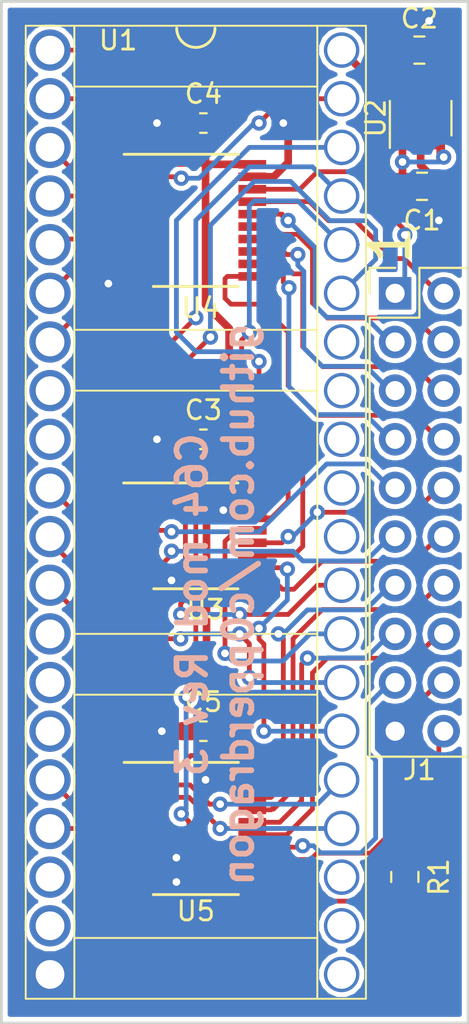
<source format=kicad_pcb>
(kicad_pcb (version 20171130) (host pcbnew "(5.0.0)")

  (general
    (thickness 1.6)
    (drawings 6)
    (tracks 442)
    (zones 0)
    (modules 12)
    (nets 64)
  )

  (page A4)
  (layers
    (0 F.Cu signal hide)
    (31 B.Cu signal hide)
    (32 B.Adhes user)
    (33 F.Adhes user)
    (34 B.Paste user)
    (35 F.Paste user)
    (36 B.SilkS user)
    (37 F.SilkS user)
    (38 B.Mask user)
    (39 F.Mask user)
    (40 Dwgs.User user)
    (41 Cmts.User user)
    (42 Eco1.User user)
    (43 Eco2.User user)
    (44 Edge.Cuts user)
    (45 Margin user)
    (46 B.CrtYd user)
    (47 F.CrtYd user)
    (48 B.Fab user)
    (49 F.Fab user)
  )

  (setup
    (last_trace_width 0.25)
    (user_trace_width 0.4)
    (trace_clearance 0.2)
    (zone_clearance 0.25)
    (zone_45_only no)
    (trace_min 0.2)
    (segment_width 0.2)
    (edge_width 0.15)
    (via_size 0.8)
    (via_drill 0.4)
    (via_min_size 0.4)
    (via_min_drill 0.3)
    (uvia_size 0.3)
    (uvia_drill 0.1)
    (uvias_allowed no)
    (uvia_min_size 0.2)
    (uvia_min_drill 0.1)
    (pcb_text_width 0.3)
    (pcb_text_size 1.5 1.5)
    (mod_edge_width 0.15)
    (mod_text_size 1 1)
    (mod_text_width 0.15)
    (pad_size 1.524 1.524)
    (pad_drill 0.762)
    (pad_to_mask_clearance 0.2)
    (aux_axis_origin 0 0)
    (visible_elements 7FFDF7FF)
    (pcbplotparams
      (layerselection 0x010f0_ffffffff)
      (usegerberextensions false)
      (usegerberattributes false)
      (usegerberadvancedattributes false)
      (creategerberjobfile false)
      (excludeedgelayer true)
      (linewidth 0.100000)
      (plotframeref false)
      (viasonmask false)
      (mode 1)
      (useauxorigin false)
      (hpglpennumber 1)
      (hpglpenspeed 20)
      (hpglpendiameter 15.000000)
      (psnegative false)
      (psa4output false)
      (plotreference true)
      (plotvalue false)
      (plotinvisibletext false)
      (padsonsilk false)
      (subtractmaskfromsilk false)
      (outputformat 1)
      (mirror false)
      (drillshape 0)
      (scaleselection 1)
      (outputdirectory "gerber/"))
  )

  (net 0 "")
  (net 1 +5V)
  (net 2 GND)
  (net 3 +3V3)
  (net 4 DB7)
  (net 5 DB6)
  (net 6 DB5)
  (net 7 DB4)
  (net 8 DB3)
  (net 9 DB2)
  (net 10 DB1)
  (net 11 DB0)
  (net 12 DB11_A5)
  (net 13 DB10_A4)
  (net 14 DB9_A3)
  (net 15 DB8_A2)
  (net 16 A1)
  (net 17 A0)
  (net 18 CS)
  (net 19 RW)
  (net 20 BA)
  (net 21 AEC)
  (net 22 PHI0)
  (net 23 "Net-(R1-Pad2)")
  (net 24 "Net-(U1-Pad39)")
  (net 25 "Net-(U1-Pad38)")
  (net 26 "Net-(U1-Pad37)")
  (net 27 "Net-(U1-Pad36)")
  (net 28 "Net-(U1-Pad35)")
  (net 29 "Net-(U1-Pad34)")
  (net 30 "Net-(U1-Pad33)")
  (net 31 "Net-(U1-Pad32)")
  (net 32 "Net-(U1-Pad31)")
  (net 33 "Net-(U1-Pad30)")
  (net 34 "Net-(U1-Pad29)")
  (net 35 "Net-(U1-Pad28)")
  (net 36 "Net-(U1-Pad27)")
  (net 37 "Net-(U1-Pad26)")
  (net 38 "Net-(U1-Pad25)")
  (net 39 "Net-(U1-Pad24)")
  (net 40 "Net-(U1-Pad23)")
  (net 41 "Net-(U1-Pad22)")
  (net 42 "Net-(U1-Pad21)")
  (net 43 "Net-(U1-Pad19)")
  (net 44 "Net-(U1-Pad18)")
  (net 45 "Net-(U1-Pad17)")
  (net 46 "Net-(U1-Pad16)")
  (net 47 "Net-(U1-Pad15)")
  (net 48 "Net-(U1-Pad14)")
  (net 49 "Net-(U1-Pad13)")
  (net 50 "Net-(U1-Pad12)")
  (net 51 "Net-(U1-Pad11)")
  (net 52 "Net-(U1-Pad9)")
  (net 53 "Net-(U1-Pad8)")
  (net 54 "Net-(U1-Pad7)")
  (net 55 "Net-(U1-Pad6)")
  (net 56 "Net-(U1-Pad5)")
  (net 57 "Net-(U1-Pad4)")
  (net 58 "Net-(U1-Pad3)")
  (net 59 "Net-(U1-Pad2)")
  (net 60 "Net-(U1-Pad1)")
  (net 61 "Net-(U1-Pad10)")
  (net 62 "Net-(U2-Pad4)")
  (net 63 "Net-(U5-Pad12)")

  (net_class Default "Dies ist die voreingestellte Netzklasse."
    (clearance 0.2)
    (trace_width 0.25)
    (via_dia 0.8)
    (via_drill 0.4)
    (uvia_dia 0.3)
    (uvia_drill 0.1)
    (add_net +3V3)
    (add_net +5V)
    (add_net A0)
    (add_net A1)
    (add_net AEC)
    (add_net BA)
    (add_net CS)
    (add_net DB0)
    (add_net DB1)
    (add_net DB10_A4)
    (add_net DB11_A5)
    (add_net DB2)
    (add_net DB3)
    (add_net DB4)
    (add_net DB5)
    (add_net DB6)
    (add_net DB7)
    (add_net DB8_A2)
    (add_net DB9_A3)
    (add_net GND)
    (add_net "Net-(R1-Pad2)")
    (add_net "Net-(U1-Pad1)")
    (add_net "Net-(U1-Pad10)")
    (add_net "Net-(U1-Pad11)")
    (add_net "Net-(U1-Pad12)")
    (add_net "Net-(U1-Pad13)")
    (add_net "Net-(U1-Pad14)")
    (add_net "Net-(U1-Pad15)")
    (add_net "Net-(U1-Pad16)")
    (add_net "Net-(U1-Pad17)")
    (add_net "Net-(U1-Pad18)")
    (add_net "Net-(U1-Pad19)")
    (add_net "Net-(U1-Pad2)")
    (add_net "Net-(U1-Pad21)")
    (add_net "Net-(U1-Pad22)")
    (add_net "Net-(U1-Pad23)")
    (add_net "Net-(U1-Pad24)")
    (add_net "Net-(U1-Pad25)")
    (add_net "Net-(U1-Pad26)")
    (add_net "Net-(U1-Pad27)")
    (add_net "Net-(U1-Pad28)")
    (add_net "Net-(U1-Pad29)")
    (add_net "Net-(U1-Pad3)")
    (add_net "Net-(U1-Pad30)")
    (add_net "Net-(U1-Pad31)")
    (add_net "Net-(U1-Pad32)")
    (add_net "Net-(U1-Pad33)")
    (add_net "Net-(U1-Pad34)")
    (add_net "Net-(U1-Pad35)")
    (add_net "Net-(U1-Pad36)")
    (add_net "Net-(U1-Pad37)")
    (add_net "Net-(U1-Pad38)")
    (add_net "Net-(U1-Pad39)")
    (add_net "Net-(U1-Pad4)")
    (add_net "Net-(U1-Pad5)")
    (add_net "Net-(U1-Pad6)")
    (add_net "Net-(U1-Pad7)")
    (add_net "Net-(U1-Pad8)")
    (add_net "Net-(U1-Pad9)")
    (add_net "Net-(U2-Pad4)")
    (add_net "Net-(U5-Pad12)")
    (add_net PHI0)
    (add_net RW)
  )

  (module Resistor_SMD:R_0805_2012Metric_Pad1.15x1.40mm_HandSolder (layer F.Cu) (tedit 5B810733) (tstamp 5B811FC7)
    (at 153.162 99.051 270)
    (descr "Resistor SMD 0805 (2012 Metric), square (rectangular) end terminal, IPC_7351 nominal with elongated pad for handsoldering. (Body size source: https://docs.google.com/spreadsheets/d/1BsfQQcO9C6DZCsRaXUlFlo91Tg2WpOkGARC1WS5S8t0/edit?usp=sharing), generated with kicad-footprint-generator")
    (tags "resistor handsolder")
    (path /5B9F21D2)
    (attr smd)
    (fp_text reference R1 (at 0.009 -1.778 270) (layer F.SilkS)
      (effects (font (size 1 1) (thickness 0.15)))
    )
    (fp_text value 100Ohm (at 0 1.65 270) (layer F.Fab)
      (effects (font (size 1 1) (thickness 0.15)))
    )
    (fp_line (start -1 0.6) (end -1 -0.6) (layer F.Fab) (width 0.1))
    (fp_line (start -1 -0.6) (end 1 -0.6) (layer F.Fab) (width 0.1))
    (fp_line (start 1 -0.6) (end 1 0.6) (layer F.Fab) (width 0.1))
    (fp_line (start 1 0.6) (end -1 0.6) (layer F.Fab) (width 0.1))
    (fp_line (start -0.261252 -0.71) (end 0.261252 -0.71) (layer F.SilkS) (width 0.12))
    (fp_line (start -0.261252 0.71) (end 0.261252 0.71) (layer F.SilkS) (width 0.12))
    (fp_line (start -1.85 0.95) (end -1.85 -0.95) (layer F.CrtYd) (width 0.05))
    (fp_line (start -1.85 -0.95) (end 1.85 -0.95) (layer F.CrtYd) (width 0.05))
    (fp_line (start 1.85 -0.95) (end 1.85 0.95) (layer F.CrtYd) (width 0.05))
    (fp_line (start 1.85 0.95) (end -1.85 0.95) (layer F.CrtYd) (width 0.05))
    (fp_text user %R (at 0 0 270) (layer F.Fab)
      (effects (font (size 0.5 0.5) (thickness 0.08)))
    )
    (pad 1 smd roundrect (at -1.025 0 270) (size 1.15 1.4) (layers F.Cu F.Paste F.Mask) (roundrect_rratio 0.217391)
      (net 22 PHI0))
    (pad 2 smd roundrect (at 1.025 0 270) (size 1.15 1.4) (layers F.Cu F.Paste F.Mask) (roundrect_rratio 0.217391)
      (net 23 "Net-(R1-Pad2)"))
    (model ${KISYS3DMOD}/Resistor_SMD.3dshapes/R_0805_2012Metric.wrl
      (at (xyz 0 0 0))
      (scale (xyz 1 1 1))
      (rotate (xyz 0 0 0))
    )
  )

  (module Connector_PinHeader_2.54mm:PinHeader_2x10_P2.54mm_Vertical (layer F.Cu) (tedit 59FED5CC) (tstamp 5CE5ACA9)
    (at 152.654 68.58)
    (descr "Through hole straight pin header, 2x10, 2.54mm pitch, double rows")
    (tags "Through hole pin header THT 2x10 2.54mm double row")
    (path /5B7FD3C0)
    (fp_text reference J1 (at 1.27 24.892) (layer F.SilkS)
      (effects (font (size 1 1) (thickness 0.15)))
    )
    (fp_text value Conn_02x10_Odd_Even (at 1.27 25.19) (layer F.Fab)
      (effects (font (size 1 1) (thickness 0.15)))
    )
    (fp_line (start 0 -1.27) (end 3.81 -1.27) (layer F.Fab) (width 0.1))
    (fp_line (start 3.81 -1.27) (end 3.81 24.13) (layer F.Fab) (width 0.1))
    (fp_line (start 3.81 24.13) (end -1.27 24.13) (layer F.Fab) (width 0.1))
    (fp_line (start -1.27 24.13) (end -1.27 0) (layer F.Fab) (width 0.1))
    (fp_line (start -1.27 0) (end 0 -1.27) (layer F.Fab) (width 0.1))
    (fp_line (start -1.33 24.19) (end 3.87 24.19) (layer F.SilkS) (width 0.12))
    (fp_line (start -1.33 1.27) (end -1.33 24.19) (layer F.SilkS) (width 0.12))
    (fp_line (start 3.87 -1.33) (end 3.87 24.19) (layer F.SilkS) (width 0.12))
    (fp_line (start -1.33 1.27) (end 1.27 1.27) (layer F.SilkS) (width 0.12))
    (fp_line (start 1.27 1.27) (end 1.27 -1.33) (layer F.SilkS) (width 0.12))
    (fp_line (start 1.27 -1.33) (end 3.87 -1.33) (layer F.SilkS) (width 0.12))
    (fp_line (start -1.33 0) (end -1.33 -1.33) (layer F.SilkS) (width 0.12))
    (fp_line (start -1.33 -1.33) (end 0 -1.33) (layer F.SilkS) (width 0.12))
    (fp_line (start -1.8 -1.8) (end -1.8 24.65) (layer F.CrtYd) (width 0.05))
    (fp_line (start -1.8 24.65) (end 4.35 24.65) (layer F.CrtYd) (width 0.05))
    (fp_line (start 4.35 24.65) (end 4.35 -1.8) (layer F.CrtYd) (width 0.05))
    (fp_line (start 4.35 -1.8) (end -1.8 -1.8) (layer F.CrtYd) (width 0.05))
    (fp_text user %R (at 1.27 11.43 90) (layer F.Fab)
      (effects (font (size 1 1) (thickness 0.15)))
    )
    (pad 1 thru_hole rect (at 0 0) (size 1.7 1.7) (drill 1) (layers *.Cu *.Mask)
      (net 4 DB7))
    (pad 2 thru_hole oval (at 2.54 0) (size 1.7 1.7) (drill 1) (layers *.Cu *.Mask)
      (net 5 DB6))
    (pad 3 thru_hole oval (at 0 2.54) (size 1.7 1.7) (drill 1) (layers *.Cu *.Mask)
      (net 6 DB5))
    (pad 4 thru_hole oval (at 2.54 2.54) (size 1.7 1.7) (drill 1) (layers *.Cu *.Mask)
      (net 7 DB4))
    (pad 5 thru_hole oval (at 0 5.08) (size 1.7 1.7) (drill 1) (layers *.Cu *.Mask)
      (net 8 DB3))
    (pad 6 thru_hole oval (at 2.54 5.08) (size 1.7 1.7) (drill 1) (layers *.Cu *.Mask)
      (net 9 DB2))
    (pad 7 thru_hole oval (at 0 7.62) (size 1.7 1.7) (drill 1) (layers *.Cu *.Mask)
      (net 10 DB1))
    (pad 8 thru_hole oval (at 2.54 7.62) (size 1.7 1.7) (drill 1) (layers *.Cu *.Mask)
      (net 11 DB0))
    (pad 9 thru_hole oval (at 0 10.16) (size 1.7 1.7) (drill 1) (layers *.Cu *.Mask)
      (net 12 DB11_A5))
    (pad 10 thru_hole oval (at 2.54 10.16) (size 1.7 1.7) (drill 1) (layers *.Cu *.Mask)
      (net 13 DB10_A4))
    (pad 11 thru_hole oval (at 0 12.7) (size 1.7 1.7) (drill 1) (layers *.Cu *.Mask)
      (net 14 DB9_A3))
    (pad 12 thru_hole oval (at 2.54 12.7) (size 1.7 1.7) (drill 1) (layers *.Cu *.Mask)
      (net 15 DB8_A2))
    (pad 13 thru_hole oval (at 0 15.24) (size 1.7 1.7) (drill 1) (layers *.Cu *.Mask)
      (net 16 A1))
    (pad 14 thru_hole oval (at 2.54 15.24) (size 1.7 1.7) (drill 1) (layers *.Cu *.Mask)
      (net 17 A0))
    (pad 15 thru_hole oval (at 0 17.78) (size 1.7 1.7) (drill 1) (layers *.Cu *.Mask)
      (net 18 CS))
    (pad 16 thru_hole oval (at 2.54 17.78) (size 1.7 1.7) (drill 1) (layers *.Cu *.Mask)
      (net 19 RW))
    (pad 17 thru_hole oval (at 0 20.32) (size 1.7 1.7) (drill 1) (layers *.Cu *.Mask)
      (net 20 BA))
    (pad 18 thru_hole oval (at 2.54 20.32) (size 1.7 1.7) (drill 1) (layers *.Cu *.Mask)
      (net 21 AEC))
    (pad 19 thru_hole oval (at 0 22.86) (size 1.7 1.7) (drill 1) (layers *.Cu *.Mask)
      (net 2 GND))
    (pad 20 thru_hole oval (at 2.54 22.86) (size 1.7 1.7) (drill 1) (layers *.Cu *.Mask)
      (net 22 PHI0))
    (model ${KISYS3DMOD}/Connector_PinHeader_2.54mm.3dshapes/PinHeader_2x10_P2.54mm_Vertical.wrl
      (at (xyz 0 0 0))
      (scale (xyz 1 1 1))
      (rotate (xyz 0 0 0))
    )
  )

  (module Package_SO:TSSOP-20_4.4x6.5mm_P0.65mm (layer F.Cu) (tedit 5A02F25C) (tstamp 5B98594E)
    (at 142.24 96.52)
    (descr "20-Lead Plastic Thin Shrink Small Outline (ST)-4.4 mm Body [TSSOP] (see Microchip Packaging Specification 00000049BS.pdf)")
    (tags "SSOP 0.65")
    (path /5B800E39)
    (attr smd)
    (fp_text reference U5 (at 0 4.318) (layer F.SilkS)
      (effects (font (size 1 1) (thickness 0.15)))
    )
    (fp_text value LVC245 (at 0 4.3) (layer F.Fab)
      (effects (font (size 1 1) (thickness 0.15)))
    )
    (fp_text user %R (at 0 0) (layer F.Fab)
      (effects (font (size 0.8 0.8) (thickness 0.15)))
    )
    (fp_line (start -3.75 -3.45) (end 2.225 -3.45) (layer F.SilkS) (width 0.15))
    (fp_line (start -2.225 3.45) (end 2.225 3.45) (layer F.SilkS) (width 0.15))
    (fp_line (start -3.95 3.55) (end 3.95 3.55) (layer F.CrtYd) (width 0.05))
    (fp_line (start -3.95 -3.55) (end 3.95 -3.55) (layer F.CrtYd) (width 0.05))
    (fp_line (start 3.95 -3.55) (end 3.95 3.55) (layer F.CrtYd) (width 0.05))
    (fp_line (start -3.95 -3.55) (end -3.95 3.55) (layer F.CrtYd) (width 0.05))
    (fp_line (start -2.2 -2.25) (end -1.2 -3.25) (layer F.Fab) (width 0.15))
    (fp_line (start -2.2 3.25) (end -2.2 -2.25) (layer F.Fab) (width 0.15))
    (fp_line (start 2.2 3.25) (end -2.2 3.25) (layer F.Fab) (width 0.15))
    (fp_line (start 2.2 -3.25) (end 2.2 3.25) (layer F.Fab) (width 0.15))
    (fp_line (start -1.2 -3.25) (end 2.2 -3.25) (layer F.Fab) (width 0.15))
    (pad 20 smd rect (at 2.95 -2.925) (size 1.45 0.45) (layers F.Cu F.Paste F.Mask)
      (net 3 +3V3))
    (pad 19 smd rect (at 2.95 -2.275) (size 1.45 0.45) (layers F.Cu F.Paste F.Mask)
      (net 2 GND))
    (pad 18 smd rect (at 2.95 -1.625) (size 1.45 0.45) (layers F.Cu F.Paste F.Mask)
      (net 16 A1))
    (pad 17 smd rect (at 2.95 -0.975) (size 1.45 0.45) (layers F.Cu F.Paste F.Mask)
      (net 17 A0))
    (pad 16 smd rect (at 2.95 -0.325) (size 1.45 0.45) (layers F.Cu F.Paste F.Mask)
      (net 18 CS))
    (pad 15 smd rect (at 2.95 0.325) (size 1.45 0.45) (layers F.Cu F.Paste F.Mask)
      (net 19 RW))
    (pad 14 smd rect (at 2.95 0.975) (size 1.45 0.45) (layers F.Cu F.Paste F.Mask)
      (net 20 BA))
    (pad 13 smd rect (at 2.95 1.625) (size 1.45 0.45) (layers F.Cu F.Paste F.Mask)
      (net 21 AEC))
    (pad 12 smd rect (at 2.95 2.275) (size 1.45 0.45) (layers F.Cu F.Paste F.Mask)
      (net 63 "Net-(U5-Pad12)"))
    (pad 11 smd rect (at 2.95 2.925) (size 1.45 0.45) (layers F.Cu F.Paste F.Mask)
      (net 23 "Net-(R1-Pad2)"))
    (pad 10 smd rect (at -2.95 2.925) (size 1.45 0.45) (layers F.Cu F.Paste F.Mask)
      (net 2 GND))
    (pad 9 smd rect (at -2.95 2.275) (size 1.45 0.45) (layers F.Cu F.Paste F.Mask)
      (net 45 "Net-(U1-Pad17)"))
    (pad 8 smd rect (at -2.95 1.625) (size 1.45 0.45) (layers F.Cu F.Paste F.Mask)
      (net 2 GND))
    (pad 7 smd rect (at -2.95 0.975) (size 1.45 0.45) (layers F.Cu F.Paste F.Mask)
      (net 46 "Net-(U1-Pad16)"))
    (pad 6 smd rect (at -2.95 0.325) (size 1.45 0.45) (layers F.Cu F.Paste F.Mask)
      (net 50 "Net-(U1-Pad12)"))
    (pad 5 smd rect (at -2.95 -0.325) (size 1.45 0.45) (layers F.Cu F.Paste F.Mask)
      (net 51 "Net-(U1-Pad11)"))
    (pad 4 smd rect (at -2.95 -0.975) (size 1.45 0.45) (layers F.Cu F.Paste F.Mask)
      (net 61 "Net-(U1-Pad10)"))
    (pad 3 smd rect (at -2.95 -1.625) (size 1.45 0.45) (layers F.Cu F.Paste F.Mask)
      (net 39 "Net-(U1-Pad24)"))
    (pad 2 smd rect (at -2.95 -2.275) (size 1.45 0.45) (layers F.Cu F.Paste F.Mask)
      (net 38 "Net-(U1-Pad25)"))
    (pad 1 smd rect (at -2.95 -2.925) (size 1.45 0.45) (layers F.Cu F.Paste F.Mask)
      (net 3 +3V3))
    (model ${KISYS3DMOD}/Package_SO.3dshapes/TSSOP-20_4.4x6.5mm_P0.65mm.wrl
      (at (xyz 0 0 0))
      (scale (xyz 1 1 1))
      (rotate (xyz 0 0 0))
    )
  )

  (module Capacitor_SMD:C_0805_2012Metric_Pad1.15x1.40mm_HandSolder (layer F.Cu) (tedit 5B36C52B) (tstamp 5B98580D)
    (at 154.06 62.992)
    (descr "Capacitor SMD 0805 (2012 Metric), square (rectangular) end terminal, IPC_7351 nominal with elongated pad for handsoldering. (Body size source: https://docs.google.com/spreadsheets/d/1BsfQQcO9C6DZCsRaXUlFlo91Tg2WpOkGARC1WS5S8t0/edit?usp=sharing), generated with kicad-footprint-generator")
    (tags "capacitor handsolder")
    (path /5B978CC5)
    (attr smd)
    (fp_text reference C1 (at 0 1.778) (layer F.SilkS)
      (effects (font (size 1 1) (thickness 0.15)))
    )
    (fp_text value 10uF (at 0 1.65) (layer F.Fab)
      (effects (font (size 1 1) (thickness 0.15)))
    )
    (fp_line (start -1 0.6) (end -1 -0.6) (layer F.Fab) (width 0.1))
    (fp_line (start -1 -0.6) (end 1 -0.6) (layer F.Fab) (width 0.1))
    (fp_line (start 1 -0.6) (end 1 0.6) (layer F.Fab) (width 0.1))
    (fp_line (start 1 0.6) (end -1 0.6) (layer F.Fab) (width 0.1))
    (fp_line (start -0.261252 -0.71) (end 0.261252 -0.71) (layer F.SilkS) (width 0.12))
    (fp_line (start -0.261252 0.71) (end 0.261252 0.71) (layer F.SilkS) (width 0.12))
    (fp_line (start -1.85 0.95) (end -1.85 -0.95) (layer F.CrtYd) (width 0.05))
    (fp_line (start -1.85 -0.95) (end 1.85 -0.95) (layer F.CrtYd) (width 0.05))
    (fp_line (start 1.85 -0.95) (end 1.85 0.95) (layer F.CrtYd) (width 0.05))
    (fp_line (start 1.85 0.95) (end -1.85 0.95) (layer F.CrtYd) (width 0.05))
    (fp_text user %R (at 0 0) (layer F.Fab)
      (effects (font (size 0.5 0.5) (thickness 0.08)))
    )
    (pad 1 smd roundrect (at -1.025 0) (size 1.15 1.4) (layers F.Cu F.Paste F.Mask) (roundrect_rratio 0.217391)
      (net 1 +5V))
    (pad 2 smd roundrect (at 1.025 0) (size 1.15 1.4) (layers F.Cu F.Paste F.Mask) (roundrect_rratio 0.217391)
      (net 2 GND))
    (model ${KISYS3DMOD}/Capacitor_SMD.3dshapes/C_0805_2012Metric.wrl
      (at (xyz 0 0 0))
      (scale (xyz 1 1 1))
      (rotate (xyz 0 0 0))
    )
  )

  (module Capacitor_SMD:C_0805_2012Metric_Pad1.15x1.40mm_HandSolder (layer F.Cu) (tedit 5B36C52B) (tstamp 5B98581E)
    (at 153.924 55.88)
    (descr "Capacitor SMD 0805 (2012 Metric), square (rectangular) end terminal, IPC_7351 nominal with elongated pad for handsoldering. (Body size source: https://docs.google.com/spreadsheets/d/1BsfQQcO9C6DZCsRaXUlFlo91Tg2WpOkGARC1WS5S8t0/edit?usp=sharing), generated with kicad-footprint-generator")
    (tags "capacitor handsolder")
    (path /5B996DF5)
    (attr smd)
    (fp_text reference C2 (at 0 -1.65) (layer F.SilkS)
      (effects (font (size 1 1) (thickness 0.15)))
    )
    (fp_text value 10uF (at 0 1.65) (layer F.Fab)
      (effects (font (size 1 1) (thickness 0.15)))
    )
    (fp_text user %R (at 0 0) (layer F.Fab)
      (effects (font (size 0.5 0.5) (thickness 0.08)))
    )
    (fp_line (start 1.85 0.95) (end -1.85 0.95) (layer F.CrtYd) (width 0.05))
    (fp_line (start 1.85 -0.95) (end 1.85 0.95) (layer F.CrtYd) (width 0.05))
    (fp_line (start -1.85 -0.95) (end 1.85 -0.95) (layer F.CrtYd) (width 0.05))
    (fp_line (start -1.85 0.95) (end -1.85 -0.95) (layer F.CrtYd) (width 0.05))
    (fp_line (start -0.261252 0.71) (end 0.261252 0.71) (layer F.SilkS) (width 0.12))
    (fp_line (start -0.261252 -0.71) (end 0.261252 -0.71) (layer F.SilkS) (width 0.12))
    (fp_line (start 1 0.6) (end -1 0.6) (layer F.Fab) (width 0.1))
    (fp_line (start 1 -0.6) (end 1 0.6) (layer F.Fab) (width 0.1))
    (fp_line (start -1 -0.6) (end 1 -0.6) (layer F.Fab) (width 0.1))
    (fp_line (start -1 0.6) (end -1 -0.6) (layer F.Fab) (width 0.1))
    (pad 2 smd roundrect (at 1.025 0) (size 1.15 1.4) (layers F.Cu F.Paste F.Mask) (roundrect_rratio 0.217391)
      (net 2 GND))
    (pad 1 smd roundrect (at -1.025 0) (size 1.15 1.4) (layers F.Cu F.Paste F.Mask) (roundrect_rratio 0.217391)
      (net 3 +3V3))
    (model ${KISYS3DMOD}/Capacitor_SMD.3dshapes/C_0805_2012Metric.wrl
      (at (xyz 0 0 0))
      (scale (xyz 1 1 1))
      (rotate (xyz 0 0 0))
    )
  )

  (module Capacitor_SMD:C_0603_1608Metric_Pad1.05x0.95mm_HandSolder (layer F.Cu) (tedit 5B301BBE) (tstamp 5B98582F)
    (at 142.635 76.2 180)
    (descr "Capacitor SMD 0603 (1608 Metric), square (rectangular) end terminal, IPC_7351 nominal with elongated pad for handsoldering. (Body size source: http://www.tortai-tech.com/upload/download/2011102023233369053.pdf), generated with kicad-footprint-generator")
    (tags "capacitor handsolder")
    (path /5B9AE9C3)
    (attr smd)
    (fp_text reference C3 (at 0 1.524 180) (layer F.SilkS)
      (effects (font (size 1 1) (thickness 0.15)))
    )
    (fp_text value 100nF (at 0 1.43 180) (layer F.Fab)
      (effects (font (size 1 1) (thickness 0.15)))
    )
    (fp_line (start -0.8 0.4) (end -0.8 -0.4) (layer F.Fab) (width 0.1))
    (fp_line (start -0.8 -0.4) (end 0.8 -0.4) (layer F.Fab) (width 0.1))
    (fp_line (start 0.8 -0.4) (end 0.8 0.4) (layer F.Fab) (width 0.1))
    (fp_line (start 0.8 0.4) (end -0.8 0.4) (layer F.Fab) (width 0.1))
    (fp_line (start -0.171267 -0.51) (end 0.171267 -0.51) (layer F.SilkS) (width 0.12))
    (fp_line (start -0.171267 0.51) (end 0.171267 0.51) (layer F.SilkS) (width 0.12))
    (fp_line (start -1.65 0.73) (end -1.65 -0.73) (layer F.CrtYd) (width 0.05))
    (fp_line (start -1.65 -0.73) (end 1.65 -0.73) (layer F.CrtYd) (width 0.05))
    (fp_line (start 1.65 -0.73) (end 1.65 0.73) (layer F.CrtYd) (width 0.05))
    (fp_line (start 1.65 0.73) (end -1.65 0.73) (layer F.CrtYd) (width 0.05))
    (fp_text user %R (at 0 0 180) (layer F.Fab)
      (effects (font (size 0.4 0.4) (thickness 0.06)))
    )
    (pad 1 smd roundrect (at -0.875 0 180) (size 1.05 0.95) (layers F.Cu F.Paste F.Mask) (roundrect_rratio 0.25)
      (net 3 +3V3))
    (pad 2 smd roundrect (at 0.875 0 180) (size 1.05 0.95) (layers F.Cu F.Paste F.Mask) (roundrect_rratio 0.25)
      (net 2 GND))
    (model ${KISYS3DMOD}/Capacitor_SMD.3dshapes/C_0603_1608Metric.wrl
      (at (xyz 0 0 0))
      (scale (xyz 1 1 1))
      (rotate (xyz 0 0 0))
    )
  )

  (module Capacitor_SMD:C_0603_1608Metric_Pad1.05x0.95mm_HandSolder (layer F.Cu) (tedit 5B301BBE) (tstamp 5B986BDE)
    (at 142.635 59.69 180)
    (descr "Capacitor SMD 0603 (1608 Metric), square (rectangular) end terminal, IPC_7351 nominal with elongated pad for handsoldering. (Body size source: http://www.tortai-tech.com/upload/download/2011102023233369053.pdf), generated with kicad-footprint-generator")
    (tags "capacitor handsolder")
    (path /5B9AEA26)
    (attr smd)
    (fp_text reference C4 (at 0 1.524 180) (layer F.SilkS)
      (effects (font (size 1 1) (thickness 0.15)))
    )
    (fp_text value 100nF (at 0 1.43 180) (layer F.Fab)
      (effects (font (size 1 1) (thickness 0.15)))
    )
    (fp_text user %R (at 0 0 180) (layer F.Fab)
      (effects (font (size 0.4 0.4) (thickness 0.06)))
    )
    (fp_line (start 1.65 0.73) (end -1.65 0.73) (layer F.CrtYd) (width 0.05))
    (fp_line (start 1.65 -0.73) (end 1.65 0.73) (layer F.CrtYd) (width 0.05))
    (fp_line (start -1.65 -0.73) (end 1.65 -0.73) (layer F.CrtYd) (width 0.05))
    (fp_line (start -1.65 0.73) (end -1.65 -0.73) (layer F.CrtYd) (width 0.05))
    (fp_line (start -0.171267 0.51) (end 0.171267 0.51) (layer F.SilkS) (width 0.12))
    (fp_line (start -0.171267 -0.51) (end 0.171267 -0.51) (layer F.SilkS) (width 0.12))
    (fp_line (start 0.8 0.4) (end -0.8 0.4) (layer F.Fab) (width 0.1))
    (fp_line (start 0.8 -0.4) (end 0.8 0.4) (layer F.Fab) (width 0.1))
    (fp_line (start -0.8 -0.4) (end 0.8 -0.4) (layer F.Fab) (width 0.1))
    (fp_line (start -0.8 0.4) (end -0.8 -0.4) (layer F.Fab) (width 0.1))
    (pad 2 smd roundrect (at 0.875 0 180) (size 1.05 0.95) (layers F.Cu F.Paste F.Mask) (roundrect_rratio 0.25)
      (net 2 GND))
    (pad 1 smd roundrect (at -0.875 0 180) (size 1.05 0.95) (layers F.Cu F.Paste F.Mask) (roundrect_rratio 0.25)
      (net 3 +3V3))
    (model ${KISYS3DMOD}/Capacitor_SMD.3dshapes/C_0603_1608Metric.wrl
      (at (xyz 0 0 0))
      (scale (xyz 1 1 1))
      (rotate (xyz 0 0 0))
    )
  )

  (module Capacitor_SMD:C_0603_1608Metric_Pad1.05x0.95mm_HandSolder (layer F.Cu) (tedit 5B301BBE) (tstamp 5B985851)
    (at 142.635 91.44 180)
    (descr "Capacitor SMD 0603 (1608 Metric), square (rectangular) end terminal, IPC_7351 nominal with elongated pad for handsoldering. (Body size source: http://www.tortai-tech.com/upload/download/2011102023233369053.pdf), generated with kicad-footprint-generator")
    (tags "capacitor handsolder")
    (path /5B9BEA40)
    (attr smd)
    (fp_text reference C5 (at 0 1.524 180) (layer F.SilkS)
      (effects (font (size 1 1) (thickness 0.15)))
    )
    (fp_text value 100nF (at 0 1.43 180) (layer F.Fab)
      (effects (font (size 1 1) (thickness 0.15)))
    )
    (fp_line (start -0.8 0.4) (end -0.8 -0.4) (layer F.Fab) (width 0.1))
    (fp_line (start -0.8 -0.4) (end 0.8 -0.4) (layer F.Fab) (width 0.1))
    (fp_line (start 0.8 -0.4) (end 0.8 0.4) (layer F.Fab) (width 0.1))
    (fp_line (start 0.8 0.4) (end -0.8 0.4) (layer F.Fab) (width 0.1))
    (fp_line (start -0.171267 -0.51) (end 0.171267 -0.51) (layer F.SilkS) (width 0.12))
    (fp_line (start -0.171267 0.51) (end 0.171267 0.51) (layer F.SilkS) (width 0.12))
    (fp_line (start -1.65 0.73) (end -1.65 -0.73) (layer F.CrtYd) (width 0.05))
    (fp_line (start -1.65 -0.73) (end 1.65 -0.73) (layer F.CrtYd) (width 0.05))
    (fp_line (start 1.65 -0.73) (end 1.65 0.73) (layer F.CrtYd) (width 0.05))
    (fp_line (start 1.65 0.73) (end -1.65 0.73) (layer F.CrtYd) (width 0.05))
    (fp_text user %R (at 0 0 180) (layer F.Fab)
      (effects (font (size 0.4 0.4) (thickness 0.06)))
    )
    (pad 1 smd roundrect (at -0.875 0 180) (size 1.05 0.95) (layers F.Cu F.Paste F.Mask) (roundrect_rratio 0.25)
      (net 3 +3V3))
    (pad 2 smd roundrect (at 0.875 0 180) (size 1.05 0.95) (layers F.Cu F.Paste F.Mask) (roundrect_rratio 0.25)
      (net 2 GND))
    (model ${KISYS3DMOD}/Capacitor_SMD.3dshapes/C_0603_1608Metric.wrl
      (at (xyz 0 0 0))
      (scale (xyz 1 1 1))
      (rotate (xyz 0 0 0))
    )
  )

  (module Package_TO_SOT_SMD:SOT-23-5 (layer F.Cu) (tedit 5A02FF57) (tstamp 5B9864BA)
    (at 153.99 59.436 90)
    (descr "5-pin SOT23 package")
    (tags SOT-23-5)
    (path /5B7FFDBB)
    (attr smd)
    (fp_text reference U2 (at 0 -2.352 90) (layer F.SilkS)
      (effects (font (size 1 1) (thickness 0.15)))
    )
    (fp_text value MIC5504-3.3YM5 (at 0 2.9 90) (layer F.Fab)
      (effects (font (size 1 1) (thickness 0.15)))
    )
    (fp_text user %R (at 0 0 180) (layer F.Fab)
      (effects (font (size 0.5 0.5) (thickness 0.075)))
    )
    (fp_line (start -0.9 1.61) (end 0.9 1.61) (layer F.SilkS) (width 0.12))
    (fp_line (start 0.9 -1.61) (end -1.55 -1.61) (layer F.SilkS) (width 0.12))
    (fp_line (start -1.9 -1.8) (end 1.9 -1.8) (layer F.CrtYd) (width 0.05))
    (fp_line (start 1.9 -1.8) (end 1.9 1.8) (layer F.CrtYd) (width 0.05))
    (fp_line (start 1.9 1.8) (end -1.9 1.8) (layer F.CrtYd) (width 0.05))
    (fp_line (start -1.9 1.8) (end -1.9 -1.8) (layer F.CrtYd) (width 0.05))
    (fp_line (start -0.9 -0.9) (end -0.25 -1.55) (layer F.Fab) (width 0.1))
    (fp_line (start 0.9 -1.55) (end -0.25 -1.55) (layer F.Fab) (width 0.1))
    (fp_line (start -0.9 -0.9) (end -0.9 1.55) (layer F.Fab) (width 0.1))
    (fp_line (start 0.9 1.55) (end -0.9 1.55) (layer F.Fab) (width 0.1))
    (fp_line (start 0.9 -1.55) (end 0.9 1.55) (layer F.Fab) (width 0.1))
    (pad 1 smd rect (at -1.1 -0.95 90) (size 1.06 0.65) (layers F.Cu F.Paste F.Mask)
      (net 1 +5V))
    (pad 2 smd rect (at -1.1 0 90) (size 1.06 0.65) (layers F.Cu F.Paste F.Mask)
      (net 2 GND))
    (pad 3 smd rect (at -1.1 0.95 90) (size 1.06 0.65) (layers F.Cu F.Paste F.Mask)
      (net 1 +5V))
    (pad 4 smd rect (at 1.1 0.95 90) (size 1.06 0.65) (layers F.Cu F.Paste F.Mask)
      (net 62 "Net-(U2-Pad4)"))
    (pad 5 smd rect (at 1.1 -0.95 90) (size 1.06 0.65) (layers F.Cu F.Paste F.Mask)
      (net 3 +3V3))
    (model ${KISYS3DMOD}/Package_TO_SOT_SMD.3dshapes/SOT-23-5.wrl
      (at (xyz 0 0 0))
      (scale (xyz 1 1 1))
      (rotate (xyz 0 0 0))
    )
  )

  (module Package_SO:TSSOP-16_4.4x5mm_P0.65mm (layer F.Cu) (tedit 5A02F25C) (tstamp 5B985906)
    (at 142.24 81.28)
    (descr "16-Lead Plastic Thin Shrink Small Outline (ST)-4.4 mm Body [TSSOP] (see Microchip Packaging Specification 00000049BS.pdf)")
    (tags "SSOP 0.65")
    (path /5B800EA8)
    (attr smd)
    (fp_text reference U3 (at 0.508 3.81) (layer F.SilkS)
      (effects (font (size 1 1) (thickness 0.15)))
    )
    (fp_text value LVC257 (at 0 3.55) (layer F.Fab)
      (effects (font (size 1 1) (thickness 0.15)))
    )
    (fp_line (start -1.2 -2.5) (end 2.2 -2.5) (layer F.Fab) (width 0.15))
    (fp_line (start 2.2 -2.5) (end 2.2 2.5) (layer F.Fab) (width 0.15))
    (fp_line (start 2.2 2.5) (end -2.2 2.5) (layer F.Fab) (width 0.15))
    (fp_line (start -2.2 2.5) (end -2.2 -1.5) (layer F.Fab) (width 0.15))
    (fp_line (start -2.2 -1.5) (end -1.2 -2.5) (layer F.Fab) (width 0.15))
    (fp_line (start -3.95 -2.9) (end -3.95 2.8) (layer F.CrtYd) (width 0.05))
    (fp_line (start 3.95 -2.9) (end 3.95 2.8) (layer F.CrtYd) (width 0.05))
    (fp_line (start -3.95 -2.9) (end 3.95 -2.9) (layer F.CrtYd) (width 0.05))
    (fp_line (start -3.95 2.8) (end 3.95 2.8) (layer F.CrtYd) (width 0.05))
    (fp_line (start -2.2 2.725) (end 2.2 2.725) (layer F.SilkS) (width 0.15))
    (fp_line (start -3.775 -2.8) (end 2.2 -2.8) (layer F.SilkS) (width 0.15))
    (fp_text user %R (at 0 0) (layer F.Fab)
      (effects (font (size 0.8 0.8) (thickness 0.15)))
    )
    (pad 1 smd rect (at -2.95 -2.275) (size 1.5 0.45) (layers F.Cu F.Paste F.Mask)
      (net 21 AEC))
    (pad 2 smd rect (at -2.95 -1.625) (size 1.5 0.45) (layers F.Cu F.Paste F.Mask)
      (net 28 "Net-(U1-Pad35)"))
    (pad 3 smd rect (at -2.95 -0.975) (size 1.5 0.45) (layers F.Cu F.Paste F.Mask)
      (net 34 "Net-(U1-Pad29)"))
    (pad 4 smd rect (at -2.95 -0.325) (size 1.5 0.45) (layers F.Cu F.Paste F.Mask)
      (net 12 DB11_A5))
    (pad 5 smd rect (at -2.95 0.325) (size 1.5 0.45) (layers F.Cu F.Paste F.Mask)
      (net 26 "Net-(U1-Pad37)"))
    (pad 6 smd rect (at -2.95 0.975) (size 1.5 0.45) (layers F.Cu F.Paste F.Mask)
      (net 36 "Net-(U1-Pad27)"))
    (pad 7 smd rect (at -2.95 1.625) (size 1.5 0.45) (layers F.Cu F.Paste F.Mask)
      (net 14 DB9_A3))
    (pad 8 smd rect (at -2.95 2.275) (size 1.5 0.45) (layers F.Cu F.Paste F.Mask)
      (net 2 GND))
    (pad 9 smd rect (at 2.95 2.275) (size 1.5 0.45) (layers F.Cu F.Paste F.Mask)
      (net 15 DB8_A2))
    (pad 10 smd rect (at 2.95 1.625) (size 1.5 0.45) (layers F.Cu F.Paste F.Mask)
      (net 37 "Net-(U1-Pad26)"))
    (pad 11 smd rect (at 2.95 0.975) (size 1.5 0.45) (layers F.Cu F.Paste F.Mask)
      (net 25 "Net-(U1-Pad38)"))
    (pad 12 smd rect (at 2.95 0.325) (size 1.5 0.45) (layers F.Cu F.Paste F.Mask)
      (net 13 DB10_A4))
    (pad 13 smd rect (at 2.95 -0.325) (size 1.5 0.45) (layers F.Cu F.Paste F.Mask)
      (net 35 "Net-(U1-Pad28)"))
    (pad 14 smd rect (at 2.95 -0.975) (size 1.5 0.45) (layers F.Cu F.Paste F.Mask)
      (net 27 "Net-(U1-Pad36)"))
    (pad 15 smd rect (at 2.95 -1.625) (size 1.5 0.45) (layers F.Cu F.Paste F.Mask)
      (net 2 GND))
    (pad 16 smd rect (at 2.95 -2.275) (size 1.5 0.45) (layers F.Cu F.Paste F.Mask)
      (net 3 +3V3))
    (model ${KISYS3DMOD}/Package_SO.3dshapes/TSSOP-16_4.4x5mm_P0.65mm.wrl
      (at (xyz 0 0 0))
      (scale (xyz 1 1 1))
      (rotate (xyz 0 0 0))
    )
  )

  (module Package_SO:TSSOP-20_4.4x6.5mm_P0.65mm (layer F.Cu) (tedit 5A02F25C) (tstamp 5B98592A)
    (at 142.24 64.77)
    (descr "20-Lead Plastic Thin Shrink Small Outline (ST)-4.4 mm Body [TSSOP] (see Microchip Packaging Specification 00000049BS.pdf)")
    (tags "SSOP 0.65")
    (path /5B800CBC)
    (attr smd)
    (fp_text reference U4 (at 0.254 4.572) (layer F.SilkS)
      (effects (font (size 1 1) (thickness 0.15)))
    )
    (fp_text value LVC245 (at 0 4.3) (layer F.Fab)
      (effects (font (size 1 1) (thickness 0.15)))
    )
    (fp_line (start -1.2 -3.25) (end 2.2 -3.25) (layer F.Fab) (width 0.15))
    (fp_line (start 2.2 -3.25) (end 2.2 3.25) (layer F.Fab) (width 0.15))
    (fp_line (start 2.2 3.25) (end -2.2 3.25) (layer F.Fab) (width 0.15))
    (fp_line (start -2.2 3.25) (end -2.2 -2.25) (layer F.Fab) (width 0.15))
    (fp_line (start -2.2 -2.25) (end -1.2 -3.25) (layer F.Fab) (width 0.15))
    (fp_line (start -3.95 -3.55) (end -3.95 3.55) (layer F.CrtYd) (width 0.05))
    (fp_line (start 3.95 -3.55) (end 3.95 3.55) (layer F.CrtYd) (width 0.05))
    (fp_line (start -3.95 -3.55) (end 3.95 -3.55) (layer F.CrtYd) (width 0.05))
    (fp_line (start -3.95 3.55) (end 3.95 3.55) (layer F.CrtYd) (width 0.05))
    (fp_line (start -2.225 3.45) (end 2.225 3.45) (layer F.SilkS) (width 0.15))
    (fp_line (start -3.75 -3.45) (end 2.225 -3.45) (layer F.SilkS) (width 0.15))
    (fp_text user %R (at 0 4.318) (layer F.Fab)
      (effects (font (size 0.8 0.8) (thickness 0.15)))
    )
    (pad 1 smd rect (at -2.95 -2.925) (size 1.45 0.45) (layers F.Cu F.Paste F.Mask)
      (net 3 +3V3))
    (pad 2 smd rect (at -2.95 -2.275) (size 1.45 0.45) (layers F.Cu F.Paste F.Mask)
      (net 24 "Net-(U1-Pad39)"))
    (pad 3 smd rect (at -2.95 -1.625) (size 1.45 0.45) (layers F.Cu F.Paste F.Mask)
      (net 60 "Net-(U1-Pad1)"))
    (pad 4 smd rect (at -2.95 -0.975) (size 1.45 0.45) (layers F.Cu F.Paste F.Mask)
      (net 59 "Net-(U1-Pad2)"))
    (pad 5 smd rect (at -2.95 -0.325) (size 1.45 0.45) (layers F.Cu F.Paste F.Mask)
      (net 58 "Net-(U1-Pad3)"))
    (pad 6 smd rect (at -2.95 0.325) (size 1.45 0.45) (layers F.Cu F.Paste F.Mask)
      (net 57 "Net-(U1-Pad4)"))
    (pad 7 smd rect (at -2.95 0.975) (size 1.45 0.45) (layers F.Cu F.Paste F.Mask)
      (net 56 "Net-(U1-Pad5)"))
    (pad 8 smd rect (at -2.95 1.625) (size 1.45 0.45) (layers F.Cu F.Paste F.Mask)
      (net 55 "Net-(U1-Pad6)"))
    (pad 9 smd rect (at -2.95 2.275) (size 1.45 0.45) (layers F.Cu F.Paste F.Mask)
      (net 54 "Net-(U1-Pad7)"))
    (pad 10 smd rect (at -2.95 2.925) (size 1.45 0.45) (layers F.Cu F.Paste F.Mask)
      (net 2 GND))
    (pad 11 smd rect (at 2.95 2.925) (size 1.45 0.45) (layers F.Cu F.Paste F.Mask)
      (net 11 DB0))
    (pad 12 smd rect (at 2.95 2.275) (size 1.45 0.45) (layers F.Cu F.Paste F.Mask)
      (net 10 DB1))
    (pad 13 smd rect (at 2.95 1.625) (size 1.45 0.45) (layers F.Cu F.Paste F.Mask)
      (net 9 DB2))
    (pad 14 smd rect (at 2.95 0.975) (size 1.45 0.45) (layers F.Cu F.Paste F.Mask)
      (net 8 DB3))
    (pad 15 smd rect (at 2.95 0.325) (size 1.45 0.45) (layers F.Cu F.Paste F.Mask)
      (net 7 DB4))
    (pad 16 smd rect (at 2.95 -0.325) (size 1.45 0.45) (layers F.Cu F.Paste F.Mask)
      (net 6 DB5))
    (pad 17 smd rect (at 2.95 -0.975) (size 1.45 0.45) (layers F.Cu F.Paste F.Mask)
      (net 5 DB6))
    (pad 18 smd rect (at 2.95 -1.625) (size 1.45 0.45) (layers F.Cu F.Paste F.Mask)
      (net 4 DB7))
    (pad 19 smd rect (at 2.95 -2.275) (size 1.45 0.45) (layers F.Cu F.Paste F.Mask)
      (net 2 GND))
    (pad 20 smd rect (at 2.95 -2.925) (size 1.45 0.45) (layers F.Cu F.Paste F.Mask)
      (net 3 +3V3))
    (model ${KISYS3DMOD}/Package_SO.3dshapes/TSSOP-20_4.4x6.5mm_P0.65mm.wrl
      (at (xyz 0 0 0))
      (scale (xyz 1 1 1))
      (rotate (xyz 0 0 0))
    )
  )

  (module footprints:socket_embedded_40pin (layer F.Cu) (tedit 5CC1647E) (tstamp 5CE5AA8D)
    (at 142.24 78.74 270)
    (path /5B7FD182)
    (fp_text reference U1 (at -23.368 4.064) (layer F.SilkS)
      (effects (font (size 1 1) (thickness 0.15)))
    )
    (fp_text value VIC-II (at 24.765 0) (layer F.Fab)
      (effects (font (size 1 1) (thickness 0.15)))
    )
    (fp_line (start 26.67 -8.89) (end -24.13 -8.89) (layer F.SilkS) (width 0.1))
    (fp_line (start 26.67 -6.35) (end 26.67 -8.89) (layer F.SilkS) (width 0.1))
    (fp_line (start -24.13 -6.35) (end 26.67 -6.35) (layer F.SilkS) (width 0.1))
    (fp_line (start -24.13 -8.89) (end -24.13 -6.35) (layer F.SilkS) (width 0.1))
    (fp_line (start 26.67 6.35) (end -24.13 6.35) (layer F.SilkS) (width 0.1))
    (fp_line (start 26.67 8.89) (end 26.67 6.35) (layer F.SilkS) (width 0.1))
    (fp_line (start -24.13 8.89) (end 26.67 8.89) (layer F.SilkS) (width 0.1))
    (fp_line (start -24.13 6.35) (end -24.13 8.89) (layer F.SilkS) (width 0.1))
    (fp_line (start -24.13 -6.35) (end -20.955 -6.35) (layer F.SilkS) (width 0.1))
    (fp_line (start -24.13 6.35) (end -24.13 -6.35) (layer F.SilkS) (width 0.1))
    (fp_line (start -20.955 6.35) (end -24.13 6.35) (layer F.SilkS) (width 0.1))
    (fp_line (start -20.955 -6.35) (end -20.955 6.35) (layer F.SilkS) (width 0.1))
    (fp_line (start -24.13 -6.35) (end -20.955 -6.35) (layer F.SilkS) (width 0.1))
    (fp_line (start 26.67 6.35) (end 26.67 -6.35) (layer F.SilkS) (width 0.1))
    (fp_line (start 23.495 6.35) (end 26.67 6.35) (layer F.SilkS) (width 0.1))
    (fp_line (start 23.495 -6.35) (end 23.495 6.35) (layer F.SilkS) (width 0.1))
    (fp_line (start 26.67 -6.35) (end 23.495 -6.35) (layer F.SilkS) (width 0.1))
    (fp_line (start -8.255 -6.35) (end -5.08 -6.35) (layer F.SilkS) (width 0.1))
    (fp_line (start -8.255 6.35) (end -8.255 -6.35) (layer F.SilkS) (width 0.1))
    (fp_line (start -5.08 6.35) (end -8.255 6.35) (layer F.SilkS) (width 0.1))
    (fp_line (start -5.08 -6.35) (end -5.08 6.35) (layer F.SilkS) (width 0.1))
    (fp_line (start 10.795 -6.35) (end 7.62 -6.35) (layer F.SilkS) (width 0.1))
    (fp_line (start 10.795 6.35) (end 10.795 -6.35) (layer F.SilkS) (width 0.1))
    (fp_line (start 7.62 6.35) (end 10.795 6.35) (layer F.SilkS) (width 0.1))
    (fp_line (start 7.62 -6.35) (end 7.62 6.35) (layer F.SilkS) (width 0.1))
    (fp_arc (start -24 0) (end -24 1) (angle -180) (layer F.SilkS) (width 0.15))
    (pad 40 thru_hole circle (at -22.86 -7.62 270) (size 1.8542 1.8542) (drill 1.5) (layers *.Cu *.Mask)
      (net 1 +5V))
    (pad 39 thru_hole circle (at -20.32 -7.62 270) (size 1.8542 1.8542) (drill 1.5) (layers *.Cu *.Mask)
      (net 24 "Net-(U1-Pad39)"))
    (pad 38 thru_hole circle (at -17.78 -7.62 270) (size 1.8542 1.8542) (drill 1.5) (layers *.Cu *.Mask)
      (net 25 "Net-(U1-Pad38)"))
    (pad 37 thru_hole circle (at -15.24 -7.62 270) (size 1.8542 1.8542) (drill 1.5) (layers *.Cu *.Mask)
      (net 26 "Net-(U1-Pad37)"))
    (pad 36 thru_hole circle (at -12.7 -7.62 270) (size 1.8542 1.8542) (drill 1.5) (layers *.Cu *.Mask)
      (net 27 "Net-(U1-Pad36)"))
    (pad 35 thru_hole circle (at -10.16 -7.62 270) (size 1.8542 1.8542) (drill 1.5) (layers *.Cu *.Mask)
      (net 28 "Net-(U1-Pad35)"))
    (pad 34 thru_hole circle (at -7.62 -7.62 270) (size 1.8542 1.8542) (drill 1.5) (layers *.Cu *.Mask)
      (net 29 "Net-(U1-Pad34)"))
    (pad 33 thru_hole circle (at -5.08 -7.62 270) (size 1.8542 1.8542) (drill 1.5) (layers *.Cu *.Mask)
      (net 30 "Net-(U1-Pad33)"))
    (pad 32 thru_hole circle (at -2.54 -7.62 270) (size 1.8542 1.8542) (drill 1.5) (layers *.Cu *.Mask)
      (net 31 "Net-(U1-Pad32)"))
    (pad 31 thru_hole circle (at 0 -7.62 270) (size 1.8542 1.8542) (drill 1.5) (layers *.Cu *.Mask)
      (net 32 "Net-(U1-Pad31)"))
    (pad 30 thru_hole circle (at 2.54 -7.62 270) (size 1.8542 1.8542) (drill 1.5) (layers *.Cu *.Mask)
      (net 33 "Net-(U1-Pad30)"))
    (pad 29 thru_hole circle (at 5.08 -7.62 270) (size 1.8542 1.8542) (drill 1.5) (layers *.Cu *.Mask)
      (net 34 "Net-(U1-Pad29)"))
    (pad 28 thru_hole circle (at 7.62 -7.62 270) (size 1.8542 1.8542) (drill 1.5) (layers *.Cu *.Mask)
      (net 35 "Net-(U1-Pad28)"))
    (pad 27 thru_hole circle (at 10.16 -7.62 270) (size 1.8542 1.8542) (drill 1.5) (layers *.Cu *.Mask)
      (net 36 "Net-(U1-Pad27)"))
    (pad 26 thru_hole circle (at 12.7 -7.62 270) (size 1.8542 1.8542) (drill 1.5) (layers *.Cu *.Mask)
      (net 37 "Net-(U1-Pad26)"))
    (pad 25 thru_hole circle (at 15.24 -7.62 270) (size 1.8542 1.8542) (drill 1.5) (layers *.Cu *.Mask)
      (net 38 "Net-(U1-Pad25)"))
    (pad 24 thru_hole circle (at 17.78 -7.62 270) (size 1.8542 1.8542) (drill 1.5) (layers *.Cu *.Mask)
      (net 39 "Net-(U1-Pad24)"))
    (pad 23 thru_hole circle (at 20.32 -7.62 270) (size 1.8542 1.8542) (drill 1.5) (layers *.Cu *.Mask)
      (net 40 "Net-(U1-Pad23)"))
    (pad 22 thru_hole circle (at 22.86 -7.62 270) (size 1.8542 1.8542) (drill 1.5) (layers *.Cu *.Mask)
      (net 41 "Net-(U1-Pad22)"))
    (pad 21 thru_hole circle (at 25.4 -7.62 270) (size 1.8542 1.8542) (drill 1.5) (layers *.Cu *.Mask)
      (net 42 "Net-(U1-Pad21)"))
    (pad 20 thru_hole circle (at 25.4 7.62 270) (size 2.159 2.159) (drill 1.5) (layers *.Cu *.Mask)
      (net 2 GND))
    (pad 19 thru_hole circle (at 22.86 7.62 270) (size 2.159 2.159) (drill 1.5) (layers *.Cu *.Mask)
      (net 43 "Net-(U1-Pad19)"))
    (pad 18 thru_hole circle (at 20.32 7.62 270) (size 2.159 2.159) (drill 1.5) (layers *.Cu *.Mask)
      (net 44 "Net-(U1-Pad18)"))
    (pad 17 thru_hole circle (at 17.78 7.62 270) (size 2.159 2.159) (drill 1.5) (layers *.Cu *.Mask)
      (net 45 "Net-(U1-Pad17)"))
    (pad 16 thru_hole circle (at 15.24 7.62 270) (size 2.159 2.159) (drill 1.5) (layers *.Cu *.Mask)
      (net 46 "Net-(U1-Pad16)"))
    (pad 15 thru_hole circle (at 12.7 7.62 270) (size 2.159 2.159) (drill 1.5) (layers *.Cu *.Mask)
      (net 47 "Net-(U1-Pad15)"))
    (pad 14 thru_hole circle (at 10.16 7.62 270) (size 2.159 2.159) (drill 1.5) (layers *.Cu *.Mask)
      (net 48 "Net-(U1-Pad14)"))
    (pad 13 thru_hole circle (at 7.62 7.62 270) (size 2.159 2.159) (drill 1.5) (layers *.Cu *.Mask)
      (net 49 "Net-(U1-Pad13)"))
    (pad 12 thru_hole circle (at 5.08 7.62 270) (size 2.159 2.159) (drill 1.5) (layers *.Cu *.Mask)
      (net 50 "Net-(U1-Pad12)"))
    (pad 11 thru_hole circle (at 2.54 7.62 270) (size 2.159 2.159) (drill 1.5) (layers *.Cu *.Mask)
      (net 51 "Net-(U1-Pad11)"))
    (pad 9 thru_hole circle (at -2.54 7.62 270) (size 2.159 2.159) (drill 1.5) (layers *.Cu *.Mask)
      (net 52 "Net-(U1-Pad9)"))
    (pad 8 thru_hole circle (at -5.08 7.62 270) (size 2.159 2.159) (drill 1.5) (layers *.Cu *.Mask)
      (net 53 "Net-(U1-Pad8)"))
    (pad 7 thru_hole circle (at -7.62 7.62 270) (size 2.159 2.159) (drill 1.5) (layers *.Cu *.Mask)
      (net 54 "Net-(U1-Pad7)"))
    (pad 6 thru_hole circle (at -10.16 7.62 270) (size 2.159 2.159) (drill 1.5) (layers *.Cu *.Mask)
      (net 55 "Net-(U1-Pad6)"))
    (pad 5 thru_hole circle (at -12.7 7.62 270) (size 2.159 2.159) (drill 1.5) (layers *.Cu *.Mask)
      (net 56 "Net-(U1-Pad5)"))
    (pad 4 thru_hole circle (at -15.24 7.62 270) (size 2.159 2.159) (drill 1.5) (layers *.Cu *.Mask)
      (net 57 "Net-(U1-Pad4)"))
    (pad 3 thru_hole circle (at -17.78 7.62 270) (size 2.159 2.159) (drill 1.5) (layers *.Cu *.Mask)
      (net 58 "Net-(U1-Pad3)"))
    (pad 2 thru_hole circle (at -20.32 7.62 270) (size 2.159 2.159) (drill 1.5) (layers *.Cu *.Mask)
      (net 59 "Net-(U1-Pad2)"))
    (pad 1 thru_hole circle (at -22.86 7.62 270) (size 2.159 2.159) (drill 1.5) (layers *.Cu *.Mask)
      (net 60 "Net-(U1-Pad1)"))
    (pad 10 thru_hole circle (at 0 7.62 270) (size 2.159 2.159) (drill 1.5) (layers *.Cu *.Mask)
      (net 61 "Net-(U1-Pad10)"))
  )

  (gr_line (start 132.08 53.34) (end 156.464 53.34) (layer Edge.Cuts) (width 0.15))
  (gr_line (start 132.08 106.68) (end 156.464 106.68) (layer Edge.Cuts) (width 0.15))
  (gr_text 1 (at 152.4 66.04 90) (layer F.SilkS) (tstamp 5B8D72C3)
    (effects (font (size 2 2) (thickness 0.3)))
  )
  (gr_text "C64 mod Rev 3\ngithub.com/c0pperdragon" (at 143.256 84.836 90) (layer B.SilkS)
    (effects (font (size 1.5 1.5) (thickness 0.3)) (justify mirror))
  )
  (gr_line (start 132.08 106.68) (end 132.08 53.34) (layer Edge.Cuts) (width 0.15))
  (gr_line (start 156.464 53.34) (end 156.464 106.68) (layer Edge.Cuts) (width 0.15))

  (via (at 153.04 61.722) (size 0.8) (drill 0.4) (layers F.Cu B.Cu) (net 1))
  (segment (start 153.04 60.536) (end 153.04 61.722) (width 0.4) (layer F.Cu) (net 1))
  (segment (start 153.04 62.987) (end 153.035 62.992) (width 0.4) (layer F.Cu) (net 1))
  (segment (start 153.04 61.722) (end 153.04 62.987) (width 0.4) (layer F.Cu) (net 1))
  (via (at 155.194 61.468) (size 0.8) (drill 0.4) (layers F.Cu B.Cu) (net 1))
  (segment (start 153.04 61.722) (end 154.94 61.722) (width 0.25) (layer B.Cu) (net 1))
  (segment (start 154.94 61.722) (end 155.194 61.468) (width 0.25) (layer B.Cu) (net 1))
  (segment (start 154.94 60.536) (end 154.94 61.316) (width 0.25) (layer F.Cu) (net 1))
  (segment (start 154.94 61.316) (end 155.092 61.468) (width 0.25) (layer F.Cu) (net 1))
  (segment (start 155.092 61.468) (end 155.194 61.468) (width 0.25) (layer F.Cu) (net 1))
  (segment (start 153.04 60.331) (end 153.04 60.536) (width 0.4) (layer F.Cu) (net 1))
  (segment (start 151.384 58.675) (end 153.04 60.331) (width 0.4) (layer F.Cu) (net 1))
  (segment (start 149.86 55.88) (end 151.384 57.404) (width 0.4) (layer F.Cu) (net 1))
  (segment (start 151.384 57.404) (end 151.384 58.675) (width 0.4) (layer F.Cu) (net 1))
  (segment (start 155.085 62.629) (end 155.085 62.992) (width 0.5) (layer F.Cu) (net 2))
  (via (at 141.224 98.044) (size 0.8) (drill 0.4) (layers F.Cu B.Cu) (net 2))
  (segment (start 139.29 98.145) (end 141.123 98.145) (width 0.25) (layer F.Cu) (net 2))
  (segment (start 141.123 98.145) (end 141.224 98.044) (width 0.25) (layer F.Cu) (net 2))
  (via (at 141.224 99.314) (size 0.8) (drill 0.4) (layers F.Cu B.Cu) (net 2))
  (segment (start 141.093 99.445) (end 141.224 99.314) (width 0.4) (layer F.Cu) (net 2))
  (segment (start 139.29 99.445) (end 141.093 99.445) (width 0.4) (layer F.Cu) (net 2))
  (segment (start 153.99 61.897) (end 153.99 60.536) (width 0.4) (layer F.Cu) (net 2))
  (segment (start 155.085 62.992) (end 153.99 61.897) (width 0.4) (layer F.Cu) (net 2))
  (via (at 154.94 64.77) (size 0.8) (drill 0.4) (layers F.Cu B.Cu) (net 2))
  (segment (start 155.085 62.992) (end 155.085 64.625) (width 0.4) (layer F.Cu) (net 2))
  (segment (start 155.085 64.625) (end 154.94 64.77) (width 0.4) (layer F.Cu) (net 2))
  (via (at 142.748 93.98) (size 0.8) (drill 0.4) (layers F.Cu B.Cu) (net 2))
  (segment (start 143.013 94.245) (end 142.748 93.98) (width 0.25) (layer F.Cu) (net 2))
  (segment (start 145.19 94.245) (end 143.013 94.245) (width 0.25) (layer F.Cu) (net 2))
  (via (at 140.97 83.566) (size 0.8) (drill 0.4) (layers F.Cu B.Cu) (net 2))
  (segment (start 140.959 83.555) (end 140.97 83.566) (width 0.4) (layer F.Cu) (net 2))
  (segment (start 139.29 83.555) (end 140.959 83.555) (width 0.4) (layer F.Cu) (net 2))
  (via (at 137.668 68.072) (size 0.8) (drill 0.4) (layers F.Cu B.Cu) (net 2))
  (segment (start 139.29 67.695) (end 138.045 67.695) (width 0.25) (layer F.Cu) (net 2))
  (segment (start 138.045 67.695) (end 137.668 68.072) (width 0.25) (layer F.Cu) (net 2))
  (via (at 140.208 59.69) (size 0.8) (drill 0.4) (layers F.Cu B.Cu) (net 2))
  (segment (start 141.76 59.69) (end 140.208 59.69) (width 0.4) (layer F.Cu) (net 2))
  (via (at 154.432 54.356) (size 0.8) (drill 0.4) (layers F.Cu B.Cu) (net 2))
  (segment (start 154.949 55.88) (end 154.949 54.873) (width 0.4) (layer F.Cu) (net 2))
  (segment (start 154.949 54.873) (end 154.432 54.356) (width 0.4) (layer F.Cu) (net 2))
  (via (at 140.208 76.2) (size 0.8) (drill 0.4) (layers F.Cu B.Cu) (net 2))
  (segment (start 141.76 76.2) (end 140.208 76.2) (width 0.4) (layer F.Cu) (net 2))
  (via (at 140.46199 91.44) (size 0.8) (drill 0.4) (layers F.Cu B.Cu) (net 2))
  (segment (start 141.76 91.44) (end 140.46199 91.44) (width 0.4) (layer F.Cu) (net 2))
  (via (at 146.812 59.69) (size 0.8) (drill 0.4) (layers F.Cu B.Cu) (net 2))
  (segment (start 147.066 59.944) (end 146.812 59.69) (width 0.4) (layer F.Cu) (net 2))
  (segment (start 147.066 61.744) (end 147.066 59.944) (width 0.4) (layer F.Cu) (net 2))
  (segment (start 145.19 62.495) (end 146.315 62.495) (width 0.4) (layer F.Cu) (net 2))
  (segment (start 146.315 62.495) (end 147.066 61.744) (width 0.4) (layer F.Cu) (net 2))
  (via (at 143.675381 79.900991) (size 0.8) (drill 0.4) (layers F.Cu B.Cu) (net 2))
  (segment (start 143.921372 79.655) (end 143.675381 79.900991) (width 0.25) (layer F.Cu) (net 2))
  (segment (start 145.19 79.655) (end 143.921372 79.655) (width 0.25) (layer F.Cu) (net 2))
  (segment (start 143.010928 76.699072) (end 143.51 76.2) (width 0.4) (layer F.Cu) (net 3))
  (segment (start 142.797999 76.912001) (end 143.010928 76.699072) (width 0.4) (layer F.Cu) (net 3))
  (segment (start 143.51 91.44) (end 142.797999 90.727999) (width 0.4) (layer F.Cu) (net 3))
  (segment (start 142.808999 79.005) (end 142.797999 78.994) (width 0.4) (layer F.Cu) (net 3))
  (segment (start 145.19 79.005) (end 142.808999 79.005) (width 0.4) (layer F.Cu) (net 3))
  (segment (start 142.797999 90.727999) (end 142.797999 78.994) (width 0.4) (layer F.Cu) (net 3))
  (segment (start 142.797999 78.994) (end 142.797999 76.912001) (width 0.4) (layer F.Cu) (net 3))
  (segment (start 145.19 61.845) (end 144.065 61.845) (width 0.4) (layer F.Cu) (net 3))
  (segment (start 152.899 58.195) (end 153.04 58.336) (width 0.4) (layer F.Cu) (net 3))
  (segment (start 152.899 55.88) (end 152.899 58.195) (width 0.4) (layer F.Cu) (net 3))
  (segment (start 145.19 93.595) (end 143.633 93.595) (width 0.4) (layer F.Cu) (net 3))
  (segment (start 143.633 93.595) (end 143.51 93.472) (width 0.4) (layer F.Cu) (net 3))
  (segment (start 143.51 93.472) (end 143.51 92.456) (width 0.4) (layer F.Cu) (net 3))
  (segment (start 143.51 92.456) (end 143.51 91.44) (width 0.4) (layer F.Cu) (net 3))
  (segment (start 143.256 92.71) (end 143.51 92.456) (width 0.25) (layer F.Cu) (net 3))
  (segment (start 141.986 92.71) (end 143.256 92.71) (width 0.25) (layer F.Cu) (net 3))
  (segment (start 139.29 93.595) (end 141.101 93.595) (width 0.25) (layer F.Cu) (net 3))
  (segment (start 141.101 93.595) (end 141.986 92.71) (width 0.25) (layer F.Cu) (net 3))
  (segment (start 143.51 60.265) (end 143.51 59.69) (width 0.4) (layer F.Cu) (net 3))
  (segment (start 143.51 75.625) (end 143.979998 75.155002) (width 0.4) (layer F.Cu) (net 3))
  (segment (start 143.51 76.2) (end 143.51 75.625) (width 0.4) (layer F.Cu) (net 3))
  (segment (start 143.979998 75.155002) (end 143.979998 70.405996) (width 0.4) (layer F.Cu) (net 3))
  (segment (start 143.979998 70.405996) (end 142.748 69.173998) (width 0.4) (layer F.Cu) (net 3))
  (segment (start 142.748 61.027) (end 143.51 60.265) (width 0.4) (layer F.Cu) (net 3))
  (segment (start 142.871 61.845) (end 142.748 61.722) (width 0.4) (layer F.Cu) (net 3))
  (segment (start 144.065 61.845) (end 142.871 61.845) (width 0.4) (layer F.Cu) (net 3))
  (segment (start 142.748 69.173998) (end 142.748 61.722) (width 0.4) (layer F.Cu) (net 3))
  (segment (start 142.748 61.722) (end 142.748 61.027) (width 0.4) (layer F.Cu) (net 3))
  (segment (start 142.625 61.845) (end 142.748 61.722) (width 0.25) (layer F.Cu) (net 3))
  (segment (start 139.29 61.845) (end 142.625 61.845) (width 0.25) (layer F.Cu) (net 3))
  (segment (start 152.275628 55.256628) (end 152.899 55.88) (width 0.4) (layer F.Cu) (net 3))
  (segment (start 151.375 54.356) (end 152.275628 55.256628) (width 0.4) (layer F.Cu) (net 3))
  (segment (start 147.659998 54.356) (end 151.375 54.356) (width 0.4) (layer F.Cu) (net 3))
  (segment (start 143.51 59.69) (end 143.51 58.505998) (width 0.4) (layer F.Cu) (net 3))
  (segment (start 143.51 58.505998) (end 147.659998 54.356) (width 0.4) (layer F.Cu) (net 3))
  (via (at 152.4 68.58) (size 0.8) (drill 0.4) (layers F.Cu B.Cu) (net 4))
  (via (at 153.162 65.531996) (size 0.8) (drill 0.4) (layers F.Cu B.Cu) (net 4))
  (segment (start 153.162 65.278) (end 153.162 65.531996) (width 0.25) (layer F.Cu) (net 4))
  (segment (start 147.675 63.145) (end 148.59 62.23) (width 0.25) (layer F.Cu) (net 4))
  (segment (start 145.19 63.145) (end 147.675 63.145) (width 0.25) (layer F.Cu) (net 4))
  (segment (start 148.59 62.23) (end 150.876 62.23) (width 0.25) (layer F.Cu) (net 4))
  (segment (start 150.876 62.23) (end 151.638 62.992) (width 0.25) (layer F.Cu) (net 4))
  (segment (start 151.638 62.992) (end 151.638 63.754) (width 0.25) (layer F.Cu) (net 4))
  (segment (start 151.638 63.754) (end 153.162 65.278) (width 0.25) (layer F.Cu) (net 4))
  (segment (start 153.162 66.04) (end 153.162 65.531996) (width 0.25) (layer B.Cu) (net 4))
  (segment (start 152.4 68.58) (end 153.162 67.818) (width 0.25) (layer B.Cu) (net 4))
  (segment (start 153.162 67.818) (end 153.162 66.04) (width 0.25) (layer B.Cu) (net 4))
  (segment (start 146.169001 63.790999) (end 148.176001 63.790999) (width 0.25) (layer F.Cu) (net 5))
  (segment (start 154.090001 67.730001) (end 154.94 68.58) (width 0.25) (layer F.Cu) (net 5))
  (segment (start 153.125004 66.765004) (end 154.090001 67.730001) (width 0.25) (layer F.Cu) (net 5))
  (segment (start 148.176001 63.790999) (end 149.172901 64.787899) (width 0.25) (layer F.Cu) (net 5))
  (segment (start 145.19 63.795) (end 146.165 63.795) (width 0.25) (layer F.Cu) (net 5))
  (segment (start 150.582893 64.787899) (end 152.559998 66.765004) (width 0.25) (layer F.Cu) (net 5))
  (segment (start 149.172901 64.787899) (end 150.582893 64.787899) (width 0.25) (layer F.Cu) (net 5))
  (segment (start 152.559998 66.765004) (end 153.125004 66.765004) (width 0.25) (layer F.Cu) (net 5))
  (segment (start 146.165 63.795) (end 146.169001 63.790999) (width 0.25) (layer F.Cu) (net 5))
  (segment (start 145.19 64.445) (end 146.741 64.445) (width 0.25) (layer F.Cu) (net 6))
  (segment (start 146.741 64.445) (end 146.750306 64.445) (width 0.25) (layer F.Cu) (net 6))
  (segment (start 148.481999 69.233999) (end 148.481999 66.195319) (width 0.25) (layer B.Cu) (net 6))
  (segment (start 148.481999 66.195319) (end 147.461337 65.174657) (width 0.25) (layer B.Cu) (net 6))
  (segment (start 147.003653 64.774658) (end 147.061338 64.774658) (width 0.25) (layer F.Cu) (net 6))
  (segment (start 146.741 64.445) (end 146.741 64.512005) (width 0.25) (layer F.Cu) (net 6))
  (segment (start 147.461337 65.174657) (end 147.061338 64.774658) (width 0.25) (layer B.Cu) (net 6))
  (segment (start 149.080101 69.832101) (end 148.481999 69.233999) (width 0.25) (layer B.Cu) (net 6))
  (segment (start 152.4 71.12) (end 151.112101 69.832101) (width 0.25) (layer B.Cu) (net 6))
  (segment (start 151.112101 69.832101) (end 149.080101 69.832101) (width 0.25) (layer B.Cu) (net 6))
  (via (at 147.061338 64.774658) (size 0.8) (drill 0.4) (layers F.Cu B.Cu) (net 6))
  (segment (start 146.741 64.512005) (end 147.003653 64.774658) (width 0.25) (layer F.Cu) (net 6))
  (segment (start 149.115899 69.867899) (end 148.336 69.088) (width 0.25) (layer F.Cu) (net 7))
  (segment (start 153.687899 69.867899) (end 149.115899 69.867899) (width 0.25) (layer F.Cu) (net 7))
  (segment (start 148.336 69.088) (end 148.336 66.294) (width 0.25) (layer F.Cu) (net 7))
  (segment (start 148.336 66.294) (end 147.54166 65.49966) (width 0.25) (layer F.Cu) (net 7))
  (segment (start 147.54166 65.49966) (end 146.56966 65.49966) (width 0.25) (layer F.Cu) (net 7))
  (segment (start 146.165 65.095) (end 145.19 65.095) (width 0.25) (layer F.Cu) (net 7))
  (segment (start 146.56966 65.49966) (end 146.165 65.095) (width 0.25) (layer F.Cu) (net 7))
  (segment (start 154.94 71.12) (end 153.687899 69.867899) (width 0.25) (layer F.Cu) (net 7))
  (via (at 147.569347 66.552653) (size 0.8) (drill 0.4) (layers F.Cu B.Cu) (net 8))
  (segment (start 147.88599 67.434981) (end 147.88599 71.43199) (width 0.25) (layer B.Cu) (net 8))
  (segment (start 147.569347 66.552653) (end 147.569347 67.118338) (width 0.25) (layer B.Cu) (net 8))
  (segment (start 147.569347 67.118338) (end 147.88599 67.434981) (width 0.25) (layer B.Cu) (net 8))
  (segment (start 147.88599 71.43199) (end 148.844 72.39) (width 0.25) (layer B.Cu) (net 8))
  (segment (start 151.13 72.39) (end 152.4 73.66) (width 0.25) (layer B.Cu) (net 8))
  (segment (start 148.844 72.39) (end 151.13 72.39) (width 0.25) (layer B.Cu) (net 8))
  (segment (start 146.165 65.745) (end 146.972653 66.552653) (width 0.25) (layer F.Cu) (net 8))
  (segment (start 146.972653 66.552653) (end 147.003662 66.552653) (width 0.25) (layer F.Cu) (net 8))
  (segment (start 147.003662 66.552653) (end 147.569347 66.552653) (width 0.25) (layer F.Cu) (net 8))
  (segment (start 145.19 65.745) (end 146.165 65.745) (width 0.25) (layer F.Cu) (net 8))
  (segment (start 146.165 66.395) (end 147.334 67.564) (width 0.25) (layer F.Cu) (net 9))
  (segment (start 145.19 66.395) (end 146.165 66.395) (width 0.25) (layer F.Cu) (net 9))
  (segment (start 147.334 67.564) (end 147.828 67.564) (width 0.25) (layer F.Cu) (net 9))
  (segment (start 147.828 67.564) (end 147.828 71.374) (width 0.25) (layer F.Cu) (net 9))
  (segment (start 154.090001 72.810001) (end 154.94 73.66) (width 0.25) (layer F.Cu) (net 9))
  (segment (start 153.687899 72.407899) (end 154.090001 72.810001) (width 0.25) (layer F.Cu) (net 9))
  (segment (start 148.861899 72.407899) (end 153.687899 72.407899) (width 0.25) (layer F.Cu) (net 9))
  (segment (start 147.828 71.374) (end 148.861899 72.407899) (width 0.25) (layer F.Cu) (net 9))
  (segment (start 146.165 67.045) (end 146.812 67.692) (width 0.25) (layer F.Cu) (net 10))
  (segment (start 145.19 67.045) (end 146.165 67.045) (width 0.25) (layer F.Cu) (net 10))
  (via (at 147.103 68.288725) (size 0.8) (drill 0.4) (layers F.Cu B.Cu) (net 10))
  (segment (start 146.812 67.692) (end 146.812 67.997725) (width 0.25) (layer F.Cu) (net 10))
  (segment (start 146.812 67.997725) (end 147.103 68.288725) (width 0.25) (layer F.Cu) (net 10))
  (segment (start 151.112101 74.912101) (end 152.4 76.2) (width 0.25) (layer B.Cu) (net 10))
  (segment (start 148.572101 74.912101) (end 151.112101 74.912101) (width 0.25) (layer B.Cu) (net 10))
  (segment (start 147.103 68.288725) (end 147.103 73.443) (width 0.25) (layer B.Cu) (net 10))
  (segment (start 147.103 73.443) (end 148.572101 74.912101) (width 0.25) (layer B.Cu) (net 10))
  (segment (start 143.887 67.695) (end 145.19 67.695) (width 0.25) (layer F.Cu) (net 11))
  (segment (start 143.764 68.834) (end 143.764 67.818) (width 0.25) (layer F.Cu) (net 11))
  (segment (start 144.076 69.146) (end 143.764 68.834) (width 0.25) (layer F.Cu) (net 11))
  (segment (start 143.764 67.818) (end 143.887 67.695) (width 0.25) (layer F.Cu) (net 11))
  (segment (start 153.687899 74.947899) (end 148.607899 74.947899) (width 0.25) (layer F.Cu) (net 11))
  (segment (start 154.94 76.2) (end 153.687899 74.947899) (width 0.25) (layer F.Cu) (net 11))
  (segment (start 148.607899 74.947899) (end 147.066 73.406) (width 0.25) (layer F.Cu) (net 11))
  (segment (start 147.066 73.406) (end 147.066 70.612) (width 0.25) (layer F.Cu) (net 11))
  (segment (start 147.066 70.612) (end 145.6 69.146) (width 0.25) (layer F.Cu) (net 11))
  (segment (start 145.6 69.146) (end 144.076 69.146) (width 0.25) (layer F.Cu) (net 11))
  (segment (start 139.29 80.955) (end 140.899 80.955) (width 0.25) (layer F.Cu) (net 12))
  (segment (start 140.899 80.955) (end 140.97 81.026) (width 0.25) (layer F.Cu) (net 12))
  (via (at 140.97 81.026) (size 0.8) (drill 0.4) (layers F.Cu B.Cu) (net 12))
  (segment (start 145.542 81.026) (end 140.97 81.026) (width 0.25) (layer B.Cu) (net 12))
  (segment (start 149.080101 77.487899) (end 145.542 81.026) (width 0.25) (layer B.Cu) (net 12))
  (segment (start 152.4 78.74) (end 151.147899 77.487899) (width 0.25) (layer B.Cu) (net 12))
  (segment (start 151.147899 77.487899) (end 149.080101 77.487899) (width 0.25) (layer B.Cu) (net 12))
  (via (at 147.066 81.28) (size 0.8) (drill 0.4) (layers F.Cu B.Cu) (net 13))
  (segment (start 145.19 81.605) (end 146.741 81.605) (width 0.25) (layer F.Cu) (net 13))
  (segment (start 146.741 81.605) (end 147.066 81.28) (width 0.25) (layer F.Cu) (net 13))
  (via (at 148.59 80.01) (size 0.8) (drill 0.4) (layers F.Cu B.Cu) (net 13))
  (segment (start 147.066 81.28) (end 147.32 81.28) (width 0.25) (layer B.Cu) (net 13))
  (segment (start 147.32 81.28) (end 148.59 80.01) (width 0.25) (layer B.Cu) (net 13))
  (segment (start 153.67 80.01) (end 154.94 78.74) (width 0.25) (layer F.Cu) (net 13))
  (segment (start 148.59 80.01) (end 153.67 80.01) (width 0.25) (layer F.Cu) (net 13))
  (segment (start 140.29 82.905) (end 140.97 82.225) (width 0.25) (layer F.Cu) (net 14))
  (segment (start 140.97 82.225) (end 140.97 82.042) (width 0.25) (layer F.Cu) (net 14))
  (segment (start 141.535685 82.042) (end 140.97 82.042) (width 0.25) (layer B.Cu) (net 14))
  (segment (start 152.4 81.28) (end 151.13 82.55) (width 0.25) (layer B.Cu) (net 14))
  (segment (start 151.13 82.55) (end 147.828 82.55) (width 0.25) (layer B.Cu) (net 14))
  (segment (start 147.32 82.042) (end 141.535685 82.042) (width 0.25) (layer B.Cu) (net 14))
  (segment (start 147.828 82.55) (end 147.32 82.042) (width 0.25) (layer B.Cu) (net 14))
  (segment (start 139.29 82.905) (end 140.29 82.905) (width 0.25) (layer F.Cu) (net 14))
  (via (at 140.97 82.042) (size 0.8) (drill 0.4) (layers F.Cu B.Cu) (net 14))
  (segment (start 154.090001 82.129999) (end 154.94 81.28) (width 0.25) (layer F.Cu) (net 15))
  (segment (start 146.293 83.555) (end 146.768 84.03) (width 0.25) (layer F.Cu) (net 15))
  (segment (start 145.19 83.555) (end 146.293 83.555) (width 0.25) (layer F.Cu) (net 15))
  (segment (start 146.768 84.03) (end 147.364 84.03) (width 0.25) (layer F.Cu) (net 15))
  (segment (start 147.364 84.03) (end 148.826101 82.567899) (width 0.25) (layer F.Cu) (net 15))
  (segment (start 148.826101 82.567899) (end 153.652101 82.567899) (width 0.25) (layer F.Cu) (net 15))
  (segment (start 153.652101 82.567899) (end 154.090001 82.129999) (width 0.25) (layer F.Cu) (net 15))
  (via (at 146.558 86.36) (size 0.8) (drill 0.4) (layers F.Cu B.Cu) (net 16))
  (segment (start 146.812 86.614) (end 146.558 86.36) (width 0.25) (layer F.Cu) (net 16))
  (segment (start 146.812 94.248) (end 146.812 86.614) (width 0.25) (layer F.Cu) (net 16))
  (segment (start 145.19 94.895) (end 146.165 94.895) (width 0.25) (layer F.Cu) (net 16))
  (segment (start 146.165 94.895) (end 146.812 94.248) (width 0.25) (layer F.Cu) (net 16))
  (segment (start 151.112101 85.107899) (end 152.4 83.82) (width 0.25) (layer B.Cu) (net 16))
  (segment (start 148.064101 85.107899) (end 151.112101 85.107899) (width 0.25) (layer B.Cu) (net 16))
  (segment (start 146.558 86.36) (end 146.812 86.36) (width 0.25) (layer B.Cu) (net 16))
  (segment (start 146.812 86.36) (end 148.064101 85.107899) (width 0.25) (layer B.Cu) (net 16))
  (segment (start 153.67 85.09) (end 154.94 83.82) (width 0.25) (layer F.Cu) (net 17))
  (segment (start 148.844 85.09) (end 153.67 85.09) (width 0.25) (layer F.Cu) (net 17))
  (segment (start 146.165 95.545) (end 146.206 95.504) (width 0.25) (layer F.Cu) (net 17))
  (segment (start 145.19 95.545) (end 146.165 95.545) (width 0.25) (layer F.Cu) (net 17))
  (segment (start 146.304 95.504) (end 147.32 94.488) (width 0.25) (layer F.Cu) (net 17))
  (segment (start 147.32 94.488) (end 147.32 86.614) (width 0.25) (layer F.Cu) (net 17))
  (segment (start 146.206 95.504) (end 146.304 95.504) (width 0.25) (layer F.Cu) (net 17))
  (segment (start 147.32 86.614) (end 148.844 85.09) (width 0.25) (layer F.Cu) (net 17))
  (segment (start 151.550001 87.209999) (end 152.4 86.36) (width 0.25) (layer B.Cu) (net 18))
  (segment (start 151.147899 87.612101) (end 151.550001 87.209999) (width 0.25) (layer B.Cu) (net 18))
  (segment (start 149.115899 87.612101) (end 151.147899 87.612101) (width 0.25) (layer B.Cu) (net 18))
  (segment (start 145.19 96.195) (end 146.629 96.195) (width 0.25) (layer F.Cu) (net 18))
  (via (at 148.077347 87.625347) (size 0.8) (drill 0.4) (layers F.Cu B.Cu) (net 18))
  (segment (start 147.77001 87.932684) (end 148.077347 87.625347) (width 0.25) (layer F.Cu) (net 18))
  (segment (start 146.629 96.195) (end 147.77001 95.05399) (width 0.25) (layer F.Cu) (net 18))
  (segment (start 147.77001 95.05399) (end 147.77001 87.932684) (width 0.25) (layer F.Cu) (net 18))
  (segment (start 149.102653 87.625347) (end 149.115899 87.612101) (width 0.25) (layer B.Cu) (net 18))
  (segment (start 148.077347 87.625347) (end 149.102653 87.625347) (width 0.25) (layer B.Cu) (net 18))
  (segment (start 153.67 87.63) (end 154.94 86.36) (width 0.25) (layer F.Cu) (net 19))
  (segment (start 149.098 87.63) (end 153.67 87.63) (width 0.25) (layer F.Cu) (net 19))
  (segment (start 148.336 88.392) (end 149.098 87.63) (width 0.25) (layer F.Cu) (net 19))
  (segment (start 148.336 95.504) (end 148.336 88.392) (width 0.25) (layer F.Cu) (net 19))
  (segment (start 145.19 96.845) (end 146.995 96.845) (width 0.25) (layer F.Cu) (net 19))
  (segment (start 146.995 96.845) (end 148.336 95.504) (width 0.25) (layer F.Cu) (net 19))
  (via (at 147.823347 97.42) (size 0.8) (drill 0.4) (layers F.Cu B.Cu) (net 20))
  (segment (start 145.19 97.495) (end 147.748347 97.495) (width 0.25) (layer F.Cu) (net 20))
  (segment (start 147.748347 97.495) (end 147.823347 97.42) (width 0.25) (layer F.Cu) (net 20))
  (segment (start 151.224999 90.075001) (end 151.550001 89.749999) (width 0.25) (layer B.Cu) (net 20))
  (segment (start 151.224999 92.550999) (end 151.224999 90.075001) (width 0.25) (layer B.Cu) (net 20))
  (segment (start 148.389032 97.42) (end 148.759032 97.79) (width 0.25) (layer B.Cu) (net 20))
  (segment (start 147.823347 97.42) (end 148.389032 97.42) (width 0.25) (layer B.Cu) (net 20))
  (segment (start 148.759032 97.79) (end 150.876 97.79) (width 0.25) (layer B.Cu) (net 20))
  (segment (start 151.550001 89.749999) (end 152.4 88.9) (width 0.25) (layer B.Cu) (net 20))
  (segment (start 150.876 97.79) (end 151.638 97.028) (width 0.25) (layer B.Cu) (net 20))
  (segment (start 151.638 97.028) (end 151.638 92.964) (width 0.25) (layer B.Cu) (net 20))
  (segment (start 151.638 92.964) (end 151.224999 92.550999) (width 0.25) (layer B.Cu) (net 20))
  (via (at 141.732002 89.662) (size 0.8) (drill 0.4) (layers F.Cu B.Cu) (net 21))
  (segment (start 142.24 89.154002) (end 142.132001 89.262001) (width 0.25) (layer F.Cu) (net 21))
  (segment (start 142.132001 89.262001) (end 141.732002 89.662) (width 0.25) (layer F.Cu) (net 21))
  (segment (start 142.24 79.502) (end 142.24 89.154002) (width 0.25) (layer F.Cu) (net 21))
  (segment (start 141.743 79.005) (end 142.24 79.502) (width 0.25) (layer F.Cu) (net 21))
  (segment (start 139.29 79.005) (end 141.743 79.005) (width 0.25) (layer F.Cu) (net 21))
  (via (at 141.478 95.758) (size 0.8) (drill 0.4) (layers F.Cu B.Cu) (net 21))
  (segment (start 141.732002 95.503998) (end 141.478 95.758) (width 0.25) (layer B.Cu) (net 21))
  (segment (start 141.732002 89.662) (end 141.732002 95.503998) (width 0.25) (layer B.Cu) (net 21))
  (segment (start 141.877999 96.157999) (end 141.478 95.758) (width 0.25) (layer F.Cu) (net 21))
  (segment (start 141.877999 96.919999) (end 141.877999 96.157999) (width 0.25) (layer F.Cu) (net 21))
  (segment (start 145.19 98.145) (end 143.103 98.145) (width 0.25) (layer F.Cu) (net 21))
  (segment (start 143.103 98.145) (end 141.877999 96.919999) (width 0.25) (layer F.Cu) (net 21))
  (segment (start 154.090001 89.749999) (end 154.94 88.9) (width 0.25) (layer F.Cu) (net 21))
  (segment (start 145.19 98.145) (end 148.235 98.145) (width 0.25) (layer F.Cu) (net 21))
  (segment (start 148.572101 97.807899) (end 151.366101 97.807899) (width 0.25) (layer F.Cu) (net 21))
  (segment (start 151.366101 97.807899) (end 153.924 95.25) (width 0.25) (layer F.Cu) (net 21))
  (segment (start 153.924 95.25) (end 153.924 89.916) (width 0.25) (layer F.Cu) (net 21))
  (segment (start 148.235 98.145) (end 148.572101 97.807899) (width 0.25) (layer F.Cu) (net 21))
  (segment (start 153.924 89.916) (end 154.090001 89.749999) (width 0.25) (layer F.Cu) (net 21))
  (segment (start 154.45 98.026) (end 153.162 98.026) (width 0.25) (layer F.Cu) (net 22))
  (segment (start 154.94 91.44) (end 154.94 97.536) (width 0.25) (layer F.Cu) (net 22))
  (segment (start 154.94 97.536) (end 154.45 98.026) (width 0.25) (layer F.Cu) (net 22))
  (segment (start 152.887899 100.312101) (end 153.124 100.076) (width 0.25) (layer F.Cu) (net 23))
  (segment (start 145.19 99.445) (end 147.451 99.445) (width 0.25) (layer F.Cu) (net 23))
  (segment (start 147.451 99.445) (end 148.318101 100.312101) (width 0.25) (layer F.Cu) (net 23))
  (segment (start 152.362 100.076) (end 153.162 100.076) (width 0.25) (layer F.Cu) (net 23))
  (segment (start 152.125899 100.312101) (end 152.362 100.076) (width 0.25) (layer F.Cu) (net 23))
  (segment (start 148.318101 100.312101) (end 152.125899 100.312101) (width 0.25) (layer F.Cu) (net 23))
  (via (at 141.478 62.57) (size 0.8) (drill 0.4) (layers F.Cu B.Cu) (net 24))
  (segment (start 139.29 62.495) (end 141.403 62.495) (width 0.25) (layer F.Cu) (net 24))
  (segment (start 141.403 62.495) (end 141.478 62.57) (width 0.25) (layer F.Cu) (net 24))
  (segment (start 149.86 58.42) (end 146.812 58.42) (width 0.25) (layer F.Cu) (net 24))
  (segment (start 146.812 58.42) (end 145.941999 59.290001) (width 0.25) (layer F.Cu) (net 24))
  (segment (start 145.941999 59.290001) (end 145.542 59.69) (width 0.25) (layer F.Cu) (net 24))
  (via (at 145.542 59.69) (size 0.8) (drill 0.4) (layers F.Cu B.Cu) (net 24))
  (segment (start 145.288 59.69) (end 145.542 59.69) (width 0.25) (layer B.Cu) (net 24))
  (segment (start 141.478 62.57) (end 142.408 62.57) (width 0.25) (layer B.Cu) (net 24))
  (segment (start 142.408 62.57) (end 145.288 59.69) (width 0.25) (layer B.Cu) (net 24))
  (via (at 145.542 72.136) (size 0.8) (drill 0.4) (layers F.Cu B.Cu) (net 25))
  (segment (start 146.19 82.255) (end 145.19 82.255) (width 0.25) (layer F.Cu) (net 25))
  (segment (start 147.361 82.255) (end 146.19 82.255) (width 0.25) (layer F.Cu) (net 25))
  (segment (start 147.828 81.788) (end 147.361 82.255) (width 0.25) (layer F.Cu) (net 25))
  (segment (start 147.828 77.216) (end 147.828 81.788) (width 0.25) (layer F.Cu) (net 25))
  (segment (start 145.542 72.136) (end 145.542 74.93) (width 0.25) (layer F.Cu) (net 25))
  (segment (start 145.542 74.93) (end 147.828 77.216) (width 0.25) (layer F.Cu) (net 25))
  (segment (start 145.034 71.628) (end 145.542 72.136) (width 0.25) (layer B.Cu) (net 25))
  (segment (start 142.24 71.628) (end 145.034 71.628) (width 0.25) (layer B.Cu) (net 25))
  (segment (start 141.224 70.612) (end 142.24 71.628) (width 0.25) (layer B.Cu) (net 25))
  (segment (start 141.224 64.77) (end 141.224 70.612) (width 0.25) (layer B.Cu) (net 25))
  (segment (start 149.86 60.96) (end 145.034 60.96) (width 0.25) (layer B.Cu) (net 25))
  (segment (start 145.034 60.96) (end 141.224 64.77) (width 0.25) (layer B.Cu) (net 25))
  (via (at 142.24 69.85) (size 0.8) (drill 0.4) (layers F.Cu B.Cu) (net 26))
  (segment (start 142.24 69.284315) (end 142.24 69.85) (width 0.25) (layer B.Cu) (net 26))
  (segment (start 142.24 64.77) (end 142.24 69.284315) (width 0.25) (layer B.Cu) (net 26))
  (segment (start 145.034 61.976) (end 142.24 64.77) (width 0.25) (layer B.Cu) (net 26))
  (segment (start 149.86 63.5) (end 148.336 61.976) (width 0.25) (layer B.Cu) (net 26))
  (segment (start 148.336 61.976) (end 145.034 61.976) (width 0.25) (layer B.Cu) (net 26))
  (segment (start 136.963989 75.126011) (end 141.840001 70.249999) (width 0.25) (layer F.Cu) (net 26))
  (segment (start 141.840001 70.249999) (end 142.24 69.85) (width 0.25) (layer F.Cu) (net 26))
  (segment (start 136.963989 80.278989) (end 136.963989 75.126011) (width 0.25) (layer F.Cu) (net 26))
  (segment (start 138.29 81.605) (end 136.963989 80.278989) (width 0.25) (layer F.Cu) (net 26))
  (segment (start 139.29 81.605) (end 138.29 81.605) (width 0.25) (layer F.Cu) (net 26))
  (segment (start 149.86 66.04) (end 150.680584 66.04) (width 0.25) (layer F.Cu) (net 27))
  (segment (start 149.86 66.04) (end 147.574 63.754) (width 0.25) (layer B.Cu) (net 27))
  (segment (start 144.634001 71.011999) (end 145.034 70.612) (width 0.25) (layer F.Cu) (net 27))
  (segment (start 147.574 63.754) (end 145.288 63.754) (width 0.25) (layer B.Cu) (net 27))
  (segment (start 145.034 64.008) (end 145.034 70.046315) (width 0.25) (layer B.Cu) (net 27))
  (segment (start 145.034 70.046315) (end 145.034 70.612) (width 0.25) (layer B.Cu) (net 27))
  (segment (start 145.288 63.754) (end 145.034 64.008) (width 0.25) (layer B.Cu) (net 27))
  (segment (start 145.19 80.305) (end 146.19 80.305) (width 0.25) (layer F.Cu) (net 27))
  (segment (start 147.066 79.429) (end 147.066 77.47) (width 0.25) (layer F.Cu) (net 27))
  (segment (start 144.634001 75.038001) (end 144.634001 71.011999) (width 0.25) (layer F.Cu) (net 27))
  (segment (start 146.19 80.305) (end 147.066 79.429) (width 0.25) (layer F.Cu) (net 27))
  (segment (start 147.066 77.47) (end 144.634001 75.038001) (width 0.25) (layer F.Cu) (net 27))
  (via (at 145.034 70.612) (size 0.8) (drill 0.4) (layers F.Cu B.Cu) (net 27))
  (segment (start 147.19441 62.738) (end 145.288 62.738) (width 0.25) (layer B.Cu) (net 28))
  (segment (start 138.29 79.655) (end 137.414 78.779) (width 0.25) (layer F.Cu) (net 28))
  (segment (start 145.288 62.738) (end 143.002 65.024) (width 0.25) (layer B.Cu) (net 28))
  (segment (start 143.002 65.024) (end 143.002 70.300315) (width 0.25) (layer B.Cu) (net 28))
  (segment (start 137.414 76.454) (end 142.602001 71.265999) (width 0.25) (layer F.Cu) (net 28))
  (segment (start 137.414 78.779) (end 137.414 76.454) (width 0.25) (layer F.Cu) (net 28))
  (segment (start 151.638 65.278) (end 151.147899 64.787899) (width 0.25) (layer B.Cu) (net 28))
  (segment (start 149.86 68.58) (end 151.638 66.802) (width 0.25) (layer B.Cu) (net 28))
  (segment (start 151.147899 64.787899) (end 149.244309 64.787899) (width 0.25) (layer B.Cu) (net 28))
  (segment (start 149.244309 64.787899) (end 147.19441 62.738) (width 0.25) (layer B.Cu) (net 28))
  (segment (start 139.29 79.655) (end 138.29 79.655) (width 0.25) (layer F.Cu) (net 28))
  (segment (start 142.602001 71.265999) (end 143.002 70.866) (width 0.25) (layer F.Cu) (net 28))
  (segment (start 143.002 70.300315) (end 143.002 70.866) (width 0.25) (layer B.Cu) (net 28))
  (segment (start 151.638 66.802) (end 151.638 65.278) (width 0.25) (layer B.Cu) (net 28))
  (via (at 143.002 70.866) (size 0.8) (drill 0.4) (layers F.Cu B.Cu) (net 28))
  (via (at 144.526 85.344) (size 0.8) (drill 0.4) (layers F.Cu B.Cu) (net 34))
  (segment (start 147.066 85.344) (end 144.526 85.344) (width 0.25) (layer F.Cu) (net 34))
  (segment (start 149.86 83.82) (end 148.59 83.82) (width 0.25) (layer F.Cu) (net 34))
  (segment (start 148.59 83.82) (end 147.066 85.344) (width 0.25) (layer F.Cu) (net 34))
  (segment (start 144.526 85.344) (end 141.447979 85.344) (width 0.25) (layer B.Cu) (net 34))
  (via (at 141.447979 85.344) (size 0.8) (drill 0.4) (layers F.Cu B.Cu) (net 34))
  (segment (start 141.317997 80.046993) (end 141.69501 80.424006) (width 0.25) (layer F.Cu) (net 34))
  (segment (start 141.69501 84.531284) (end 141.447979 84.778315) (width 0.25) (layer F.Cu) (net 34))
  (segment (start 141.447979 84.778315) (end 141.447979 85.344) (width 0.25) (layer F.Cu) (net 34))
  (segment (start 141.69501 80.424006) (end 141.69501 84.531284) (width 0.25) (layer F.Cu) (net 34))
  (segment (start 140.621999 80.046993) (end 141.317997 80.046993) (width 0.25) (layer F.Cu) (net 34))
  (segment (start 139.29 80.305) (end 140.363992 80.305) (width 0.25) (layer F.Cu) (net 34))
  (segment (start 140.363992 80.305) (end 140.621999 80.046993) (width 0.25) (layer F.Cu) (net 34))
  (via (at 143.764 87.376) (size 0.8) (drill 0.4) (layers F.Cu B.Cu) (net 35))
  (segment (start 148.548883 86.36) (end 149.86 86.36) (width 0.25) (layer B.Cu) (net 35))
  (segment (start 148.21041 86.36) (end 148.548883 86.36) (width 0.25) (layer B.Cu) (net 35))
  (segment (start 146.794411 87.775999) (end 148.21041 86.36) (width 0.25) (layer B.Cu) (net 35))
  (segment (start 144.163999 87.775999) (end 146.794411 87.775999) (width 0.25) (layer B.Cu) (net 35))
  (segment (start 143.764 87.376) (end 144.163999 87.775999) (width 0.25) (layer B.Cu) (net 35))
  (segment (start 144.26532 81.026) (end 143.764 81.52732) (width 0.25) (layer F.Cu) (net 35))
  (segment (start 144.78 81.026) (end 144.26532 81.026) (width 0.25) (layer F.Cu) (net 35))
  (segment (start 143.764 86.810315) (end 143.764 87.376) (width 0.25) (layer F.Cu) (net 35))
  (segment (start 143.764 81.52732) (end 143.764 86.810315) (width 0.25) (layer F.Cu) (net 35))
  (via (at 145.034 88.646) (size 0.8) (drill 0.4) (layers F.Cu B.Cu) (net 36))
  (segment (start 149.86 88.9) (end 145.288 88.9) (width 0.25) (layer B.Cu) (net 36))
  (segment (start 145.288 88.9) (end 145.034 88.646) (width 0.25) (layer B.Cu) (net 36))
  (via (at 144.526 86.36) (size 0.8) (drill 0.4) (layers F.Cu B.Cu) (net 36))
  (segment (start 145.034 88.646) (end 145.034 86.868) (width 0.25) (layer F.Cu) (net 36))
  (segment (start 145.034 86.868) (end 144.526 86.36) (width 0.25) (layer F.Cu) (net 36))
  (segment (start 141.701979 86.36) (end 141.447979 86.614) (width 0.25) (layer B.Cu) (net 36))
  (segment (start 144.526 86.36) (end 141.701979 86.36) (width 0.25) (layer B.Cu) (net 36))
  (via (at 141.447979 86.614) (size 0.8) (drill 0.4) (layers F.Cu B.Cu) (net 36))
  (segment (start 139.7 86.614) (end 141.447979 86.614) (width 0.25) (layer F.Cu) (net 36))
  (segment (start 137.80602 84.72002) (end 139.7 86.614) (width 0.25) (layer F.Cu) (net 36))
  (segment (start 137.80602 82.41198) (end 137.80602 84.72002) (width 0.25) (layer F.Cu) (net 36))
  (segment (start 139.29 82.255) (end 137.963 82.255) (width 0.25) (layer F.Cu) (net 36))
  (segment (start 137.963 82.255) (end 137.80602 82.41198) (width 0.25) (layer F.Cu) (net 36))
  (via (at 145.796 91.44) (size 0.8) (drill 0.4) (layers F.Cu B.Cu) (net 37))
  (segment (start 149.86 91.44) (end 145.796 91.44) (width 0.25) (layer B.Cu) (net 37))
  (via (at 145.542 86.069) (size 0.8) (drill 0.4) (layers F.Cu B.Cu) (net 37))
  (segment (start 145.796 86.888685) (end 145.796 87.884) (width 0.25) (layer F.Cu) (net 37))
  (segment (start 145.542 86.634685) (end 145.796 86.888685) (width 0.25) (layer F.Cu) (net 37))
  (segment (start 145.542 86.069) (end 145.542 86.634685) (width 0.25) (layer F.Cu) (net 37))
  (segment (start 145.796 91.44) (end 145.796 87.884) (width 0.25) (layer F.Cu) (net 37))
  (segment (start 145.796 87.884) (end 145.796 87.63) (width 0.25) (layer F.Cu) (net 37))
  (segment (start 145.542 86.069) (end 147.021875 84.589125) (width 0.25) (layer B.Cu) (net 37))
  (segment (start 147.021875 84.589125) (end 147.021875 83.545695) (width 0.25) (layer B.Cu) (net 37))
  (segment (start 145.19 82.905) (end 146.946865 82.905) (width 0.25) (layer F.Cu) (net 37))
  (segment (start 146.946865 82.905) (end 147.021875 82.98001) (width 0.25) (layer F.Cu) (net 37))
  (segment (start 147.021875 83.545695) (end 147.021875 82.98001) (width 0.25) (layer B.Cu) (net 37))
  (via (at 147.021875 82.98001) (size 0.8) (drill 0.4) (layers F.Cu B.Cu) (net 37))
  (via (at 143.51 95.25) (size 0.8) (drill 0.4) (layers F.Cu B.Cu) (net 38))
  (segment (start 149.86 93.98) (end 148.59 95.25) (width 0.25) (layer B.Cu) (net 38))
  (segment (start 148.59 95.25) (end 143.51 95.25) (width 0.25) (layer B.Cu) (net 38))
  (segment (start 140.265 94.245) (end 139.29 94.245) (width 0.25) (layer F.Cu) (net 38))
  (segment (start 141.939315 94.245) (end 140.265 94.245) (width 0.25) (layer F.Cu) (net 38))
  (segment (start 142.944315 95.25) (end 141.939315 94.245) (width 0.25) (layer F.Cu) (net 38))
  (segment (start 143.51 95.25) (end 142.944315 95.25) (width 0.25) (layer F.Cu) (net 38))
  (via (at 143.51 96.52) (size 0.8) (drill 0.4) (layers F.Cu B.Cu) (net 39))
  (segment (start 149.86 96.52) (end 143.51 96.52) (width 0.25) (layer B.Cu) (net 39))
  (segment (start 141.885 94.895) (end 139.29 94.895) (width 0.25) (layer F.Cu) (net 39))
  (segment (start 143.51 96.52) (end 141.885 94.895) (width 0.25) (layer F.Cu) (net 39))
  (segment (start 138.315 98.795) (end 136.802 97.282) (width 0.25) (layer F.Cu) (net 45))
  (segment (start 139.29 98.795) (end 138.315 98.795) (width 0.25) (layer F.Cu) (net 45))
  (segment (start 136.802 97.175357) (end 136.802 97.282) (width 0.25) (layer F.Cu) (net 45))
  (segment (start 136.146643 96.52) (end 136.802 97.175357) (width 0.25) (layer F.Cu) (net 45))
  (segment (start 134.62 96.52) (end 136.146643 96.52) (width 0.25) (layer F.Cu) (net 45))
  (segment (start 138.135 97.495) (end 139.29 97.495) (width 0.25) (layer F.Cu) (net 46))
  (segment (start 134.62 93.98) (end 138.135 97.495) (width 0.25) (layer F.Cu) (net 46))
  (segment (start 138.315 96.845) (end 139.29 96.845) (width 0.25) (layer F.Cu) (net 50))
  (segment (start 136.398 94.928) (end 138.315 96.845) (width 0.25) (layer F.Cu) (net 50))
  (segment (start 136.398 85.598) (end 136.398 94.928) (width 0.25) (layer F.Cu) (net 50))
  (segment (start 134.62 83.82) (end 136.398 85.598) (width 0.25) (layer F.Cu) (net 50))
  (segment (start 138.315 96.195) (end 139.29 96.195) (width 0.25) (layer F.Cu) (net 51))
  (segment (start 136.906 94.786) (end 138.315 96.195) (width 0.25) (layer F.Cu) (net 51))
  (segment (start 136.906 83.82) (end 136.906 94.786) (width 0.25) (layer F.Cu) (net 51))
  (segment (start 134.62 81.28) (end 134.62 81.534) (width 0.25) (layer F.Cu) (net 51))
  (segment (start 134.62 81.534) (end 136.906 83.82) (width 0.25) (layer F.Cu) (net 51))
  (segment (start 139.29 67.045) (end 137.367996 67.045) (width 0.25) (layer F.Cu) (net 54))
  (segment (start 136.652 69.088) (end 135.699499 70.040501) (width 0.25) (layer F.Cu) (net 54))
  (segment (start 135.699499 70.040501) (end 134.62 71.12) (width 0.25) (layer F.Cu) (net 54))
  (segment (start 137.367996 67.045) (end 136.652 67.760996) (width 0.25) (layer F.Cu) (net 54))
  (segment (start 136.652 67.760996) (end 136.652 69.088) (width 0.25) (layer F.Cu) (net 54))
  (segment (start 139.29 66.395) (end 136.805 66.395) (width 0.25) (layer F.Cu) (net 55))
  (segment (start 136.805 66.395) (end 134.62 68.58) (width 0.25) (layer F.Cu) (net 55))
  (segment (start 134.915 65.745) (end 134.62 66.04) (width 0.25) (layer F.Cu) (net 56))
  (segment (start 139.29 65.745) (end 134.915 65.745) (width 0.25) (layer F.Cu) (net 56))
  (segment (start 139.29 65.095) (end 137.993 65.095) (width 0.25) (layer F.Cu) (net 57))
  (segment (start 136.398 63.5) (end 134.62 63.5) (width 0.25) (layer F.Cu) (net 57))
  (segment (start 137.993 65.095) (end 136.398 63.5) (width 0.25) (layer F.Cu) (net 57))
  (segment (start 139.29 64.445) (end 138.10218 64.445) (width 0.25) (layer F.Cu) (net 58))
  (segment (start 135.699499 62.039499) (end 134.62 60.96) (width 0.25) (layer F.Cu) (net 58))
  (segment (start 135.699499 62.042319) (end 135.699499 62.039499) (width 0.25) (layer F.Cu) (net 58))
  (segment (start 138.10218 64.445) (end 135.699499 62.042319) (width 0.25) (layer F.Cu) (net 58))
  (segment (start 136.146643 58.42) (end 134.62 58.42) (width 0.25) (layer F.Cu) (net 59))
  (segment (start 136.398 58.671357) (end 136.146643 58.42) (width 0.25) (layer F.Cu) (net 59))
  (segment (start 136.398 62.10441) (end 136.398 58.671357) (width 0.25) (layer F.Cu) (net 59))
  (segment (start 139.29 63.795) (end 138.08859 63.795) (width 0.25) (layer F.Cu) (net 59))
  (segment (start 138.08859 63.795) (end 136.398 62.10441) (width 0.25) (layer F.Cu) (net 59))
  (segment (start 136.906 55.88) (end 134.62 55.88) (width 0.25) (layer F.Cu) (net 60))
  (segment (start 136.906 61.976) (end 136.906 55.88) (width 0.25) (layer F.Cu) (net 60))
  (segment (start 139.29 63.145) (end 138.075 63.145) (width 0.25) (layer F.Cu) (net 60))
  (segment (start 138.075 63.145) (end 136.906 61.976) (width 0.25) (layer F.Cu) (net 60))
  (segment (start 138.30141 95.545) (end 139.233 95.545) (width 0.25) (layer F.Cu) (net 61))
  (segment (start 137.35601 94.5996) (end 138.30141 95.545) (width 0.25) (layer F.Cu) (net 61))
  (segment (start 137.35601 82.23801) (end 137.35601 94.5996) (width 0.25) (layer F.Cu) (net 61))
  (segment (start 136.398 81.28) (end 137.35601 82.23801) (width 0.25) (layer F.Cu) (net 61))
  (segment (start 134.62 78.74) (end 136.398 80.518) (width 0.25) (layer F.Cu) (net 61))
  (segment (start 136.398 80.518) (end 136.398 81.28) (width 0.25) (layer F.Cu) (net 61))

  (zone (net 2) (net_name GND) (layer B.Cu) (tstamp 5CE5ADF1) (hatch edge 0.508)
    (connect_pads yes (clearance 0.25))
    (min_thickness 0.25)
    (fill yes (arc_segments 16) (thermal_gap 0.508) (thermal_bridge_width 0.508))
    (polygon
      (pts
        (xy 132.08 53.34) (xy 156.21 53.34) (xy 156.21 106.68) (xy 132.08 106.68)
      )
    )
    (filled_polygon
      (pts
        (xy 156.014 67.654611) (xy 155.671971 67.426075) (xy 155.314652 67.355) (xy 155.073348 67.355) (xy 154.716029 67.426075)
        (xy 154.310824 67.696824) (xy 154.040075 68.102029) (xy 153.945001 68.58) (xy 154.040075 69.057971) (xy 154.310824 69.463176)
        (xy 154.716029 69.733925) (xy 155.073348 69.805) (xy 155.314652 69.805) (xy 155.671971 69.733925) (xy 156.014 69.505389)
        (xy 156.014 70.194611) (xy 155.671971 69.966075) (xy 155.314652 69.895) (xy 155.073348 69.895) (xy 154.716029 69.966075)
        (xy 154.310824 70.236824) (xy 154.040075 70.642029) (xy 153.945001 71.12) (xy 154.040075 71.597971) (xy 154.310824 72.003176)
        (xy 154.716029 72.273925) (xy 155.073348 72.345) (xy 155.314652 72.345) (xy 155.671971 72.273925) (xy 156.014 72.045389)
        (xy 156.014 72.734611) (xy 155.671971 72.506075) (xy 155.314652 72.435) (xy 155.073348 72.435) (xy 154.716029 72.506075)
        (xy 154.310824 72.776824) (xy 154.040075 73.182029) (xy 153.945001 73.66) (xy 154.040075 74.137971) (xy 154.310824 74.543176)
        (xy 154.716029 74.813925) (xy 155.073348 74.885) (xy 155.314652 74.885) (xy 155.671971 74.813925) (xy 156.014 74.585389)
        (xy 156.014 75.274611) (xy 155.671971 75.046075) (xy 155.314652 74.975) (xy 155.073348 74.975) (xy 154.716029 75.046075)
        (xy 154.310824 75.316824) (xy 154.040075 75.722029) (xy 153.945001 76.2) (xy 154.040075 76.677971) (xy 154.310824 77.083176)
        (xy 154.716029 77.353925) (xy 155.073348 77.425) (xy 155.314652 77.425) (xy 155.671971 77.353925) (xy 156.014 77.125389)
        (xy 156.014 77.814612) (xy 155.671971 77.586075) (xy 155.314652 77.515) (xy 155.073348 77.515) (xy 154.716029 77.586075)
        (xy 154.310824 77.856824) (xy 154.040075 78.262029) (xy 153.945001 78.74) (xy 154.040075 79.217971) (xy 154.310824 79.623176)
        (xy 154.716029 79.893925) (xy 155.073348 79.965) (xy 155.314652 79.965) (xy 155.671971 79.893925) (xy 156.014 79.665388)
        (xy 156.014001 80.354612) (xy 155.671971 80.126075) (xy 155.314652 80.055) (xy 155.073348 80.055) (xy 154.716029 80.126075)
        (xy 154.310824 80.396824) (xy 154.040075 80.802029) (xy 153.945001 81.28) (xy 154.040075 81.757971) (xy 154.310824 82.163176)
        (xy 154.716029 82.433925) (xy 155.073348 82.505) (xy 155.314652 82.505) (xy 155.671971 82.433925) (xy 156.014001 82.205388)
        (xy 156.014001 82.894612) (xy 155.671971 82.666075) (xy 155.314652 82.595) (xy 155.073348 82.595) (xy 154.716029 82.666075)
        (xy 154.310824 82.936824) (xy 154.040075 83.342029) (xy 153.945001 83.82) (xy 154.040075 84.297971) (xy 154.310824 84.703176)
        (xy 154.716029 84.973925) (xy 155.073348 85.045) (xy 155.314652 85.045) (xy 155.671971 84.973925) (xy 156.014001 84.745388)
        (xy 156.014001 85.434612) (xy 155.671971 85.206075) (xy 155.314652 85.135) (xy 155.073348 85.135) (xy 154.716029 85.206075)
        (xy 154.310824 85.476824) (xy 154.040075 85.882029) (xy 153.945001 86.36) (xy 154.040075 86.837971) (xy 154.310824 87.243176)
        (xy 154.716029 87.513925) (xy 155.073348 87.585) (xy 155.314652 87.585) (xy 155.671971 87.513925) (xy 156.014001 87.285388)
        (xy 156.014001 87.974612) (xy 155.671971 87.746075) (xy 155.314652 87.675) (xy 155.073348 87.675) (xy 154.716029 87.746075)
        (xy 154.310824 88.016824) (xy 154.040075 88.422029) (xy 153.945001 88.9) (xy 154.040075 89.377971) (xy 154.310824 89.783176)
        (xy 154.716029 90.053925) (xy 155.073348 90.125) (xy 155.314652 90.125) (xy 155.671971 90.053925) (xy 156.014001 89.825388)
        (xy 156.014001 90.514612) (xy 155.671971 90.286075) (xy 155.314652 90.215) (xy 155.073348 90.215) (xy 154.716029 90.286075)
        (xy 154.310824 90.556824) (xy 154.040075 90.962029) (xy 153.945001 91.44) (xy 154.040075 91.917971) (xy 154.310824 92.323176)
        (xy 154.716029 92.593925) (xy 155.073348 92.665) (xy 155.314652 92.665) (xy 155.671971 92.593925) (xy 156.014001 92.365388)
        (xy 156.014001 106.23) (xy 132.53 106.23) (xy 132.53 55.590682) (xy 133.1655 55.590682) (xy 133.1655 56.169318)
        (xy 133.386935 56.703908) (xy 133.796092 57.113065) (xy 133.885261 57.15) (xy 133.796092 57.186935) (xy 133.386935 57.596092)
        (xy 133.1655 58.130682) (xy 133.1655 58.709318) (xy 133.386935 59.243908) (xy 133.796092 59.653065) (xy 133.885261 59.69)
        (xy 133.796092 59.726935) (xy 133.386935 60.136092) (xy 133.1655 60.670682) (xy 133.1655 61.249318) (xy 133.386935 61.783908)
        (xy 133.796092 62.193065) (xy 133.885261 62.23) (xy 133.796092 62.266935) (xy 133.386935 62.676092) (xy 133.1655 63.210682)
        (xy 133.1655 63.789318) (xy 133.386935 64.323908) (xy 133.796092 64.733065) (xy 133.885261 64.77) (xy 133.796092 64.806935)
        (xy 133.386935 65.216092) (xy 133.1655 65.750682) (xy 133.1655 66.329318) (xy 133.386935 66.863908) (xy 133.796092 67.273065)
        (xy 133.885261 67.31) (xy 133.796092 67.346935) (xy 133.386935 67.756092) (xy 133.1655 68.290682) (xy 133.1655 68.869318)
        (xy 133.386935 69.403908) (xy 133.796092 69.813065) (xy 133.885261 69.85) (xy 133.796092 69.886935) (xy 133.386935 70.296092)
        (xy 133.1655 70.830682) (xy 133.1655 71.409318) (xy 133.386935 71.943908) (xy 133.796092 72.353065) (xy 133.885261 72.39)
        (xy 133.796092 72.426935) (xy 133.386935 72.836092) (xy 133.1655 73.370682) (xy 133.1655 73.949318) (xy 133.386935 74.483908)
        (xy 133.796092 74.893065) (xy 133.885261 74.93) (xy 133.796092 74.966935) (xy 133.386935 75.376092) (xy 133.1655 75.910682)
        (xy 133.1655 76.489318) (xy 133.386935 77.023908) (xy 133.796092 77.433065) (xy 133.885261 77.47) (xy 133.796092 77.506935)
        (xy 133.386935 77.916092) (xy 133.1655 78.450682) (xy 133.1655 79.029318) (xy 133.386935 79.563908) (xy 133.796092 79.973065)
        (xy 133.885261 80.01) (xy 133.796092 80.046935) (xy 133.386935 80.456092) (xy 133.1655 80.990682) (xy 133.1655 81.569318)
        (xy 133.386935 82.103908) (xy 133.796092 82.513065) (xy 133.885261 82.55) (xy 133.796092 82.586935) (xy 133.386935 82.996092)
        (xy 133.1655 83.530682) (xy 133.1655 84.109318) (xy 133.386935 84.643908) (xy 133.796092 85.053065) (xy 133.885261 85.09)
        (xy 133.796092 85.126935) (xy 133.386935 85.536092) (xy 133.1655 86.070682) (xy 133.1655 86.649318) (xy 133.386935 87.183908)
        (xy 133.796092 87.593065) (xy 133.885261 87.63) (xy 133.796092 87.666935) (xy 133.386935 88.076092) (xy 133.1655 88.610682)
        (xy 133.1655 89.189318) (xy 133.386935 89.723908) (xy 133.796092 90.133065) (xy 133.885261 90.17) (xy 133.796092 90.206935)
        (xy 133.386935 90.616092) (xy 133.1655 91.150682) (xy 133.1655 91.729318) (xy 133.386935 92.263908) (xy 133.796092 92.673065)
        (xy 133.885261 92.71) (xy 133.796092 92.746935) (xy 133.386935 93.156092) (xy 133.1655 93.690682) (xy 133.1655 94.269318)
        (xy 133.386935 94.803908) (xy 133.796092 95.213065) (xy 133.885261 95.25) (xy 133.796092 95.286935) (xy 133.386935 95.696092)
        (xy 133.1655 96.230682) (xy 133.1655 96.809318) (xy 133.386935 97.343908) (xy 133.796092 97.753065) (xy 133.885261 97.79)
        (xy 133.796092 97.826935) (xy 133.386935 98.236092) (xy 133.1655 98.770682) (xy 133.1655 99.349318) (xy 133.386935 99.883908)
        (xy 133.796092 100.293065) (xy 133.885261 100.33) (xy 133.796092 100.366935) (xy 133.386935 100.776092) (xy 133.1655 101.310682)
        (xy 133.1655 101.889318) (xy 133.386935 102.423908) (xy 133.796092 102.833065) (xy 134.330682 103.0545) (xy 134.909318 103.0545)
        (xy 135.443908 102.833065) (xy 135.853065 102.423908) (xy 136.0745 101.889318) (xy 136.0745 101.310682) (xy 135.853065 100.776092)
        (xy 135.443908 100.366935) (xy 135.354739 100.33) (xy 135.443908 100.293065) (xy 135.853065 99.883908) (xy 136.0745 99.349318)
        (xy 136.0745 98.770682) (xy 135.853065 98.236092) (xy 135.443908 97.826935) (xy 135.354739 97.79) (xy 135.443908 97.753065)
        (xy 135.853065 97.343908) (xy 136.0745 96.809318) (xy 136.0745 96.230682) (xy 135.853065 95.696092) (xy 135.760816 95.603843)
        (xy 140.703 95.603843) (xy 140.703 95.912157) (xy 140.820987 96.197002) (xy 141.038998 96.415013) (xy 141.323843 96.533)
        (xy 141.632157 96.533) (xy 141.917002 96.415013) (xy 142.135013 96.197002) (xy 142.253 95.912157) (xy 142.253 95.603843)
        (xy 142.232014 95.553179) (xy 142.241797 95.503999) (xy 142.232002 95.454757) (xy 142.232002 90.258015) (xy 142.389015 90.101002)
        (xy 142.507002 89.816157) (xy 142.507002 89.507843) (xy 142.389015 89.222998) (xy 142.171004 89.004987) (xy 141.886159 88.887)
        (xy 141.577845 88.887) (xy 141.293 89.004987) (xy 141.074989 89.222998) (xy 140.957002 89.507843) (xy 140.957002 89.816157)
        (xy 141.074989 90.101002) (xy 141.232002 90.258015) (xy 141.232003 95.021042) (xy 141.038998 95.100987) (xy 140.820987 95.318998)
        (xy 140.703 95.603843) (xy 135.760816 95.603843) (xy 135.443908 95.286935) (xy 135.354739 95.25) (xy 135.443908 95.213065)
        (xy 135.853065 94.803908) (xy 136.0745 94.269318) (xy 136.0745 93.690682) (xy 135.853065 93.156092) (xy 135.443908 92.746935)
        (xy 135.354739 92.71) (xy 135.443908 92.673065) (xy 135.853065 92.263908) (xy 136.0745 91.729318) (xy 136.0745 91.150682)
        (xy 135.853065 90.616092) (xy 135.443908 90.206935) (xy 135.354739 90.17) (xy 135.443908 90.133065) (xy 135.853065 89.723908)
        (xy 136.0745 89.189318) (xy 136.0745 88.610682) (xy 135.853065 88.076092) (xy 135.443908 87.666935) (xy 135.354739 87.63)
        (xy 135.443908 87.593065) (xy 135.853065 87.183908) (xy 136.0745 86.649318) (xy 136.0745 86.070682) (xy 135.853065 85.536092)
        (xy 135.443908 85.126935) (xy 135.354739 85.09) (xy 135.443908 85.053065) (xy 135.853065 84.643908) (xy 136.0745 84.109318)
        (xy 136.0745 83.530682) (xy 135.853065 82.996092) (xy 135.443908 82.586935) (xy 135.354739 82.55) (xy 135.443908 82.513065)
        (xy 135.853065 82.103908) (xy 136.0745 81.569318) (xy 136.0745 80.990682) (xy 136.025276 80.871843) (xy 140.195 80.871843)
        (xy 140.195 81.180157) (xy 140.312987 81.465002) (xy 140.381985 81.534) (xy 140.312987 81.602998) (xy 140.195 81.887843)
        (xy 140.195 82.196157) (xy 140.312987 82.481002) (xy 140.530998 82.699013) (xy 140.815843 82.817) (xy 141.124157 82.817)
        (xy 141.409002 82.699013) (xy 141.566015 82.542) (xy 146.364451 82.542) (xy 146.246875 82.825853) (xy 146.246875 83.134167)
        (xy 146.364862 83.419012) (xy 146.521875 83.576025) (xy 146.521875 83.594937) (xy 146.521876 83.594942) (xy 146.521875 84.382018)
        (xy 145.609894 85.294) (xy 145.387843 85.294) (xy 145.301 85.329972) (xy 145.301 85.189843) (xy 145.183013 84.904998)
        (xy 144.965002 84.686987) (xy 144.680157 84.569) (xy 144.371843 84.569) (xy 144.086998 84.686987) (xy 143.929985 84.844)
        (xy 142.043994 84.844) (xy 141.886981 84.686987) (xy 141.602136 84.569) (xy 141.293822 84.569) (xy 141.008977 84.686987)
        (xy 140.790966 84.904998) (xy 140.672979 85.189843) (xy 140.672979 85.498157) (xy 140.790966 85.783002) (xy 140.986964 85.979)
        (xy 140.790966 86.174998) (xy 140.672979 86.459843) (xy 140.672979 86.768157) (xy 140.790966 87.053002) (xy 141.008977 87.271013)
        (xy 141.293822 87.389) (xy 141.602136 87.389) (xy 141.886981 87.271013) (xy 142.104992 87.053002) (xy 142.184936 86.86)
        (xy 143.183985 86.86) (xy 143.106987 86.936998) (xy 142.989 87.221843) (xy 142.989 87.530157) (xy 143.106987 87.815002)
        (xy 143.324998 88.033013) (xy 143.609843 88.151) (xy 143.825251 88.151) (xy 143.968909 88.246988) (xy 144.114756 88.275999)
        (xy 144.114757 88.275999) (xy 144.163998 88.285794) (xy 144.21324 88.275999) (xy 144.348406 88.275999) (xy 144.259 88.491843)
        (xy 144.259 88.800157) (xy 144.376987 89.085002) (xy 144.594998 89.303013) (xy 144.879843 89.421) (xy 145.188157 89.421)
        (xy 145.238824 89.400013) (xy 145.287999 89.409795) (xy 145.33724 89.4) (xy 148.657724 89.4) (xy 148.756133 89.637581)
        (xy 149.122419 90.003867) (xy 149.5235 90.17) (xy 149.122419 90.336133) (xy 148.756133 90.702419) (xy 148.657724 90.94)
        (xy 146.392015 90.94) (xy 146.235002 90.782987) (xy 145.950157 90.665) (xy 145.641843 90.665) (xy 145.356998 90.782987)
        (xy 145.138987 91.000998) (xy 145.021 91.285843) (xy 145.021 91.594157) (xy 145.138987 91.879002) (xy 145.356998 92.097013)
        (xy 145.641843 92.215) (xy 145.950157 92.215) (xy 146.235002 92.097013) (xy 146.392015 91.94) (xy 148.657724 91.94)
        (xy 148.756133 92.177581) (xy 149.122419 92.543867) (xy 149.5235 92.71) (xy 149.122419 92.876133) (xy 148.756133 93.242419)
        (xy 148.5579 93.720996) (xy 148.5579 94.239004) (xy 148.656309 94.476585) (xy 148.382894 94.75) (xy 144.106015 94.75)
        (xy 143.949002 94.592987) (xy 143.664157 94.475) (xy 143.355843 94.475) (xy 143.070998 94.592987) (xy 142.852987 94.810998)
        (xy 142.735 95.095843) (xy 142.735 95.404157) (xy 142.852987 95.689002) (xy 143.048985 95.885) (xy 142.852987 96.080998)
        (xy 142.735 96.365843) (xy 142.735 96.674157) (xy 142.852987 96.959002) (xy 143.070998 97.177013) (xy 143.355843 97.295)
        (xy 143.664157 97.295) (xy 143.949002 97.177013) (xy 144.106015 97.02) (xy 147.150179 97.02) (xy 147.048347 97.265843)
        (xy 147.048347 97.574157) (xy 147.166334 97.859002) (xy 147.384345 98.077013) (xy 147.66919 98.195) (xy 147.977504 98.195)
        (xy 148.262349 98.077013) (xy 148.300644 98.038718) (xy 148.370657 98.108732) (xy 148.398552 98.15048) (xy 148.563942 98.260989)
        (xy 148.709789 98.29) (xy 148.70979 98.29) (xy 148.759031 98.299795) (xy 148.783655 98.294897) (xy 148.756133 98.322419)
        (xy 148.5579 98.800996) (xy 148.5579 99.319004) (xy 148.756133 99.797581) (xy 149.122419 100.163867) (xy 149.5235 100.33)
        (xy 149.122419 100.496133) (xy 148.756133 100.862419) (xy 148.5579 101.340996) (xy 148.5579 101.859004) (xy 148.756133 102.337581)
        (xy 149.122419 102.703867) (xy 149.5235 102.87) (xy 149.122419 103.036133) (xy 148.756133 103.402419) (xy 148.5579 103.880996)
        (xy 148.5579 104.399004) (xy 148.756133 104.877581) (xy 149.122419 105.243867) (xy 149.600996 105.4421) (xy 150.119004 105.4421)
        (xy 150.597581 105.243867) (xy 150.963867 104.877581) (xy 151.1621 104.399004) (xy 151.1621 103.880996) (xy 150.963867 103.402419)
        (xy 150.597581 103.036133) (xy 150.1965 102.87) (xy 150.597581 102.703867) (xy 150.963867 102.337581) (xy 151.1621 101.859004)
        (xy 151.1621 101.340996) (xy 150.963867 100.862419) (xy 150.597581 100.496133) (xy 150.1965 100.33) (xy 150.597581 100.163867)
        (xy 150.963867 99.797581) (xy 151.1621 99.319004) (xy 151.1621 98.800996) (xy 150.963867 98.322419) (xy 150.930419 98.288971)
        (xy 151.07109 98.260989) (xy 151.23648 98.15048) (xy 151.264376 98.10873) (xy 151.956733 97.416374) (xy 151.99848 97.38848)
        (xy 152.108989 97.22309) (xy 152.138 97.077243) (xy 152.138 97.077242) (xy 152.147795 97.028) (xy 152.138 96.978757)
        (xy 152.138 93.013243) (xy 152.147795 92.964) (xy 152.108989 92.76891) (xy 152.091075 92.7421) (xy 151.99848 92.60352)
        (xy 151.956732 92.575625) (xy 151.724999 92.343893) (xy 151.724999 90.282107) (xy 151.938374 90.068733) (xy 151.938376 90.06873)
        (xy 152.042441 89.964665) (xy 152.176029 90.053925) (xy 152.533348 90.125) (xy 152.774652 90.125) (xy 153.131971 90.053925)
        (xy 153.537176 89.783176) (xy 153.807925 89.377971) (xy 153.902999 88.9) (xy 153.807925 88.422029) (xy 153.537176 88.016824)
        (xy 153.131971 87.746075) (xy 152.774652 87.675) (xy 152.533348 87.675) (xy 152.176029 87.746075) (xy 151.770824 88.016824)
        (xy 151.500075 88.422029) (xy 151.405001 88.9) (xy 151.452765 89.140128) (xy 151.23127 89.361624) (xy 151.231267 89.361626)
        (xy 150.969916 89.622978) (xy 151.1621 89.159004) (xy 151.1621 88.640996) (xy 150.963867 88.162419) (xy 150.913549 88.112101)
        (xy 151.098658 88.112101) (xy 151.147899 88.121896) (xy 151.19714 88.112101) (xy 151.197142 88.112101) (xy 151.342989 88.08309)
        (xy 151.508379 87.972581) (xy 151.536275 87.930831) (xy 151.938374 87.528733) (xy 151.938376 87.52873) (xy 152.042441 87.424665)
        (xy 152.176029 87.513925) (xy 152.533348 87.585) (xy 152.774652 87.585) (xy 153.131971 87.513925) (xy 153.537176 87.243176)
        (xy 153.807925 86.837971) (xy 153.902999 86.36) (xy 153.807925 85.882029) (xy 153.537176 85.476824) (xy 153.131971 85.206075)
        (xy 152.774652 85.135) (xy 152.533348 85.135) (xy 152.176029 85.206075) (xy 151.770824 85.476824) (xy 151.500075 85.882029)
        (xy 151.405001 86.36) (xy 151.452765 86.600128) (xy 151.23127 86.821624) (xy 151.231267 86.821626) (xy 150.969916 87.082978)
        (xy 151.1621 86.619004) (xy 151.1621 86.100996) (xy 150.963867 85.622419) (xy 150.949347 85.607899) (xy 151.06286 85.607899)
        (xy 151.112101 85.617694) (xy 151.161342 85.607899) (xy 151.161344 85.607899) (xy 151.307191 85.578888) (xy 151.472581 85.468379)
        (xy 151.500477 85.426629) (xy 152.042442 84.884665) (xy 152.176029 84.973925) (xy 152.533348 85.045) (xy 152.774652 85.045)
        (xy 153.131971 84.973925) (xy 153.537176 84.703176) (xy 153.807925 84.297971) (xy 153.902999 83.82) (xy 153.807925 83.342029)
        (xy 153.537176 82.936824) (xy 153.131971 82.666075) (xy 152.774652 82.595) (xy 152.533348 82.595) (xy 152.176029 82.666075)
        (xy 151.770824 82.936824) (xy 151.500075 83.342029) (xy 151.405001 83.82) (xy 151.452765 84.060128) (xy 150.969916 84.542978)
        (xy 151.1621 84.079004) (xy 151.1621 83.560996) (xy 150.963867 83.082419) (xy 150.931448 83.05) (xy 151.080759 83.05)
        (xy 151.13 83.059795) (xy 151.179241 83.05) (xy 151.179243 83.05) (xy 151.32509 83.020989) (xy 151.49048 82.91048)
        (xy 151.518376 82.86873) (xy 152.042442 82.344665) (xy 152.176029 82.433925) (xy 152.533348 82.505) (xy 152.774652 82.505)
        (xy 153.131971 82.433925) (xy 153.537176 82.163176) (xy 153.807925 81.757971) (xy 153.902999 81.28) (xy 153.807925 80.802029)
        (xy 153.537176 80.396824) (xy 153.131971 80.126075) (xy 152.774652 80.055) (xy 152.533348 80.055) (xy 152.176029 80.126075)
        (xy 151.770824 80.396824) (xy 151.500075 80.802029) (xy 151.405001 81.28) (xy 151.452765 81.520128) (xy 150.969916 82.002978)
        (xy 151.1621 81.539004) (xy 151.1621 81.020996) (xy 150.963867 80.542419) (xy 150.597581 80.176133) (xy 150.1965 80.01)
        (xy 150.597581 79.843867) (xy 150.963867 79.477581) (xy 151.1621 78.999004) (xy 151.1621 78.480996) (xy 150.969916 78.017022)
        (xy 151.452765 78.499872) (xy 151.405001 78.74) (xy 151.500075 79.217971) (xy 151.770824 79.623176) (xy 152.176029 79.893925)
        (xy 152.533348 79.965) (xy 152.774652 79.965) (xy 153.131971 79.893925) (xy 153.537176 79.623176) (xy 153.807925 79.217971)
        (xy 153.902999 78.74) (xy 153.807925 78.262029) (xy 153.537176 77.856824) (xy 153.131971 77.586075) (xy 152.774652 77.515)
        (xy 152.533348 77.515) (xy 152.176029 77.586075) (xy 152.042442 77.675335) (xy 151.536275 77.169169) (xy 151.508379 77.127419)
        (xy 151.342989 77.01691) (xy 151.197142 76.987899) (xy 151.19714 76.987899) (xy 151.147899 76.978104) (xy 151.098658 76.987899)
        (xy 150.913549 76.987899) (xy 150.963867 76.937581) (xy 151.1621 76.459004) (xy 151.1621 75.940996) (xy 150.969916 75.477022)
        (xy 151.452765 75.959872) (xy 151.405001 76.2) (xy 151.500075 76.677971) (xy 151.770824 77.083176) (xy 152.176029 77.353925)
        (xy 152.533348 77.425) (xy 152.774652 77.425) (xy 153.131971 77.353925) (xy 153.537176 77.083176) (xy 153.807925 76.677971)
        (xy 153.902999 76.2) (xy 153.807925 75.722029) (xy 153.537176 75.316824) (xy 153.131971 75.046075) (xy 152.774652 74.975)
        (xy 152.533348 74.975) (xy 152.176029 75.046075) (xy 152.042442 75.135335) (xy 151.500477 74.593371) (xy 151.472581 74.551621)
        (xy 151.307191 74.441112) (xy 151.161344 74.412101) (xy 151.161342 74.412101) (xy 151.112101 74.402306) (xy 151.06286 74.412101)
        (xy 150.949347 74.412101) (xy 150.963867 74.397581) (xy 151.1621 73.919004) (xy 151.1621 73.400996) (xy 150.969916 72.937022)
        (xy 151.452765 73.419872) (xy 151.405001 73.66) (xy 151.500075 74.137971) (xy 151.770824 74.543176) (xy 152.176029 74.813925)
        (xy 152.533348 74.885) (xy 152.774652 74.885) (xy 153.131971 74.813925) (xy 153.537176 74.543176) (xy 153.807925 74.137971)
        (xy 153.902999 73.66) (xy 153.807925 73.182029) (xy 153.537176 72.776824) (xy 153.131971 72.506075) (xy 152.774652 72.435)
        (xy 152.533348 72.435) (xy 152.176029 72.506075) (xy 152.042442 72.595335) (xy 151.518376 72.07127) (xy 151.49048 72.02952)
        (xy 151.32509 71.919011) (xy 151.179243 71.89) (xy 151.179241 71.89) (xy 151.13 71.880205) (xy 151.080759 71.89)
        (xy 150.931448 71.89) (xy 150.963867 71.857581) (xy 151.1621 71.379004) (xy 151.1621 70.860996) (xy 150.969916 70.397022)
        (xy 151.452765 70.879872) (xy 151.405001 71.12) (xy 151.500075 71.597971) (xy 151.770824 72.003176) (xy 152.176029 72.273925)
        (xy 152.533348 72.345) (xy 152.774652 72.345) (xy 153.131971 72.273925) (xy 153.537176 72.003176) (xy 153.807925 71.597971)
        (xy 153.902999 71.12) (xy 153.807925 70.642029) (xy 153.537176 70.236824) (xy 153.131971 69.966075) (xy 152.774652 69.895)
        (xy 152.533348 69.895) (xy 152.176029 69.966075) (xy 152.042442 70.055335) (xy 151.798323 69.811217) (xy 151.804 69.812346)
        (xy 153.504 69.812346) (xy 153.650317 69.783242) (xy 153.774359 69.700359) (xy 153.857242 69.576317) (xy 153.886346 69.43)
        (xy 153.886346 67.73) (xy 153.857242 67.583683) (xy 153.774359 67.459641) (xy 153.662 67.384564) (xy 153.662 66.128011)
        (xy 153.819013 65.970998) (xy 153.937 65.686153) (xy 153.937 65.377839) (xy 153.819013 65.092994) (xy 153.601002 64.874983)
        (xy 153.316157 64.756996) (xy 153.007843 64.756996) (xy 152.722998 64.874983) (xy 152.504987 65.092994) (xy 152.387 65.377839)
        (xy 152.387 65.686153) (xy 152.504987 65.970998) (xy 152.662001 66.128012) (xy 152.662 67.347654) (xy 151.804 67.347654)
        (xy 151.798324 67.348783) (xy 151.956733 67.190374) (xy 151.99848 67.16248) (xy 152.108989 66.99709) (xy 152.138 66.851243)
        (xy 152.138 66.851242) (xy 152.147795 66.802) (xy 152.138 66.752757) (xy 152.138 65.32724) (xy 152.147795 65.277999)
        (xy 152.12756 65.176272) (xy 152.108989 65.08291) (xy 151.99848 64.91752) (xy 151.956732 64.889625) (xy 151.536275 64.469169)
        (xy 151.508379 64.427419) (xy 151.342989 64.31691) (xy 151.197142 64.287899) (xy 151.19714 64.287899) (xy 151.147899 64.278104)
        (xy 151.098658 64.287899) (xy 150.913549 64.287899) (xy 150.963867 64.237581) (xy 151.1621 63.759004) (xy 151.1621 63.240996)
        (xy 150.963867 62.762419) (xy 150.597581 62.396133) (xy 150.1965 62.23) (xy 150.597581 62.063867) (xy 150.963867 61.697581)
        (xy 151.017606 61.567843) (xy 152.265 61.567843) (xy 152.265 61.876157) (xy 152.382987 62.161002) (xy 152.600998 62.379013)
        (xy 152.885843 62.497) (xy 153.194157 62.497) (xy 153.479002 62.379013) (xy 153.636015 62.222) (xy 154.890759 62.222)
        (xy 154.94 62.231795) (xy 154.989176 62.222013) (xy 155.039843 62.243) (xy 155.348157 62.243) (xy 155.633002 62.125013)
        (xy 155.851013 61.907002) (xy 155.969 61.622157) (xy 155.969 61.313843) (xy 155.851013 61.028998) (xy 155.633002 60.810987)
        (xy 155.348157 60.693) (xy 155.039843 60.693) (xy 154.754998 60.810987) (xy 154.536987 61.028998) (xy 154.457043 61.222)
        (xy 153.636015 61.222) (xy 153.479002 61.064987) (xy 153.194157 60.947) (xy 152.885843 60.947) (xy 152.600998 61.064987)
        (xy 152.382987 61.282998) (xy 152.265 61.567843) (xy 151.017606 61.567843) (xy 151.1621 61.219004) (xy 151.1621 60.700996)
        (xy 150.963867 60.222419) (xy 150.597581 59.856133) (xy 150.1965 59.69) (xy 150.597581 59.523867) (xy 150.963867 59.157581)
        (xy 151.1621 58.679004) (xy 151.1621 58.160996) (xy 150.963867 57.682419) (xy 150.597581 57.316133) (xy 150.1965 57.15)
        (xy 150.597581 56.983867) (xy 150.963867 56.617581) (xy 151.1621 56.139004) (xy 151.1621 55.620996) (xy 150.963867 55.142419)
        (xy 150.597581 54.776133) (xy 150.119004 54.5779) (xy 149.600996 54.5779) (xy 149.122419 54.776133) (xy 148.756133 55.142419)
        (xy 148.5579 55.620996) (xy 148.5579 56.139004) (xy 148.756133 56.617581) (xy 149.122419 56.983867) (xy 149.5235 57.15)
        (xy 149.122419 57.316133) (xy 148.756133 57.682419) (xy 148.5579 58.160996) (xy 148.5579 58.679004) (xy 148.756133 59.157581)
        (xy 149.122419 59.523867) (xy 149.5235 59.69) (xy 149.122419 59.856133) (xy 148.756133 60.222419) (xy 148.657724 60.46)
        (xy 145.708228 60.46) (xy 145.981002 60.347013) (xy 146.199013 60.129002) (xy 146.317 59.844157) (xy 146.317 59.535843)
        (xy 146.199013 59.250998) (xy 145.981002 59.032987) (xy 145.696157 58.915) (xy 145.387843 58.915) (xy 145.102998 59.032987)
        (xy 144.884987 59.250998) (xy 144.789592 59.481301) (xy 142.200894 62.07) (xy 142.074015 62.07) (xy 141.917002 61.912987)
        (xy 141.632157 61.795) (xy 141.323843 61.795) (xy 141.038998 61.912987) (xy 140.820987 62.130998) (xy 140.703 62.415843)
        (xy 140.703 62.724157) (xy 140.820987 63.009002) (xy 141.038998 63.227013) (xy 141.323843 63.345) (xy 141.632157 63.345)
        (xy 141.917002 63.227013) (xy 142.074015 63.07) (xy 142.216894 63.07) (xy 140.905271 64.381623) (xy 140.86352 64.40952)
        (xy 140.753011 64.574911) (xy 140.724 64.720757) (xy 140.714205 64.77) (xy 140.724 64.819241) (xy 140.724001 70.562754)
        (xy 140.714205 70.612) (xy 140.753012 70.80709) (xy 140.863521 70.97248) (xy 140.905268 71.000374) (xy 141.851625 71.946732)
        (xy 141.87952 71.98848) (xy 142.04491 72.098989) (xy 142.190757 72.128) (xy 142.190758 72.128) (xy 142.24 72.137795)
        (xy 142.289241 72.128) (xy 144.767 72.128) (xy 144.767 72.290157) (xy 144.884987 72.575002) (xy 145.102998 72.793013)
        (xy 145.387843 72.911) (xy 145.696157 72.911) (xy 145.981002 72.793013) (xy 146.199013 72.575002) (xy 146.317 72.290157)
        (xy 146.317 71.981843) (xy 146.199013 71.696998) (xy 145.981002 71.478987) (xy 145.696157 71.361) (xy 145.474106 71.361)
        (xy 145.422376 71.30927) (xy 145.412283 71.294164) (xy 145.473002 71.269013) (xy 145.691013 71.051002) (xy 145.809 70.766157)
        (xy 145.809 70.457843) (xy 145.691013 70.172998) (xy 145.534 70.015985) (xy 145.534 64.254) (xy 146.485981 64.254)
        (xy 146.404325 64.335656) (xy 146.286338 64.620501) (xy 146.286338 64.928815) (xy 146.404325 65.21366) (xy 146.622336 65.431671)
        (xy 146.907181 65.549658) (xy 147.129231 65.549658) (xy 147.142603 65.56303) (xy 147.142606 65.563032) (xy 147.374204 65.79463)
        (xy 147.130345 65.89564) (xy 146.912334 66.113651) (xy 146.794347 66.398496) (xy 146.794347 66.70681) (xy 146.912334 66.991655)
        (xy 147.064651 67.143972) (xy 147.090315 67.272989) (xy 147.098359 67.313428) (xy 147.208868 67.478818) (xy 147.250616 67.506713)
        (xy 147.257961 67.514058) (xy 147.257157 67.513725) (xy 146.948843 67.513725) (xy 146.663998 67.631712) (xy 146.445987 67.849723)
        (xy 146.328 68.134568) (xy 146.328 68.442882) (xy 146.445987 68.727727) (xy 146.603 68.88474) (xy 146.603001 73.393754)
        (xy 146.593205 73.443) (xy 146.632012 73.63809) (xy 146.742521 73.80348) (xy 146.784268 73.831374) (xy 148.183726 75.230833)
        (xy 148.211621 75.272581) (xy 148.366538 75.376092) (xy 148.377011 75.38309) (xy 148.572101 75.421897) (xy 148.621347 75.412101)
        (xy 148.806451 75.412101) (xy 148.756133 75.462419) (xy 148.5579 75.940996) (xy 148.5579 76.459004) (xy 148.756133 76.937581)
        (xy 148.855308 77.036756) (xy 148.719621 77.127419) (xy 148.691726 77.169167) (xy 145.334894 80.526) (xy 141.566015 80.526)
        (xy 141.409002 80.368987) (xy 141.124157 80.251) (xy 140.815843 80.251) (xy 140.530998 80.368987) (xy 140.312987 80.586998)
        (xy 140.195 80.871843) (xy 136.025276 80.871843) (xy 135.853065 80.456092) (xy 135.443908 80.046935) (xy 135.354739 80.01)
        (xy 135.443908 79.973065) (xy 135.853065 79.563908) (xy 136.0745 79.029318) (xy 136.0745 78.450682) (xy 135.853065 77.916092)
        (xy 135.443908 77.506935) (xy 135.354739 77.47) (xy 135.443908 77.433065) (xy 135.853065 77.023908) (xy 136.0745 76.489318)
        (xy 136.0745 75.910682) (xy 135.853065 75.376092) (xy 135.443908 74.966935) (xy 135.354739 74.93) (xy 135.443908 74.893065)
        (xy 135.853065 74.483908) (xy 136.0745 73.949318) (xy 136.0745 73.370682) (xy 135.853065 72.836092) (xy 135.443908 72.426935)
        (xy 135.354739 72.39) (xy 135.443908 72.353065) (xy 135.853065 71.943908) (xy 136.0745 71.409318) (xy 136.0745 70.830682)
        (xy 135.853065 70.296092) (xy 135.443908 69.886935) (xy 135.354739 69.85) (xy 135.443908 69.813065) (xy 135.853065 69.403908)
        (xy 136.0745 68.869318) (xy 136.0745 68.290682) (xy 135.853065 67.756092) (xy 135.443908 67.346935) (xy 135.354739 67.31)
        (xy 135.443908 67.273065) (xy 135.853065 66.863908) (xy 136.0745 66.329318) (xy 136.0745 65.750682) (xy 135.853065 65.216092)
        (xy 135.443908 64.806935) (xy 135.354739 64.77) (xy 135.443908 64.733065) (xy 135.853065 64.323908) (xy 136.0745 63.789318)
        (xy 136.0745 63.210682) (xy 135.853065 62.676092) (xy 135.443908 62.266935) (xy 135.354739 62.23) (xy 135.443908 62.193065)
        (xy 135.853065 61.783908) (xy 136.0745 61.249318) (xy 136.0745 60.670682) (xy 135.853065 60.136092) (xy 135.443908 59.726935)
        (xy 135.354739 59.69) (xy 135.443908 59.653065) (xy 135.853065 59.243908) (xy 136.0745 58.709318) (xy 136.0745 58.130682)
        (xy 135.853065 57.596092) (xy 135.443908 57.186935) (xy 135.354739 57.15) (xy 135.443908 57.113065) (xy 135.853065 56.703908)
        (xy 136.0745 56.169318) (xy 136.0745 55.590682) (xy 135.853065 55.056092) (xy 135.443908 54.646935) (xy 134.909318 54.4255)
        (xy 134.330682 54.4255) (xy 133.796092 54.646935) (xy 133.386935 55.056092) (xy 133.1655 55.590682) (xy 132.53 55.590682)
        (xy 132.53 53.79) (xy 156.014 53.79)
      )
    )
  )
)

</source>
